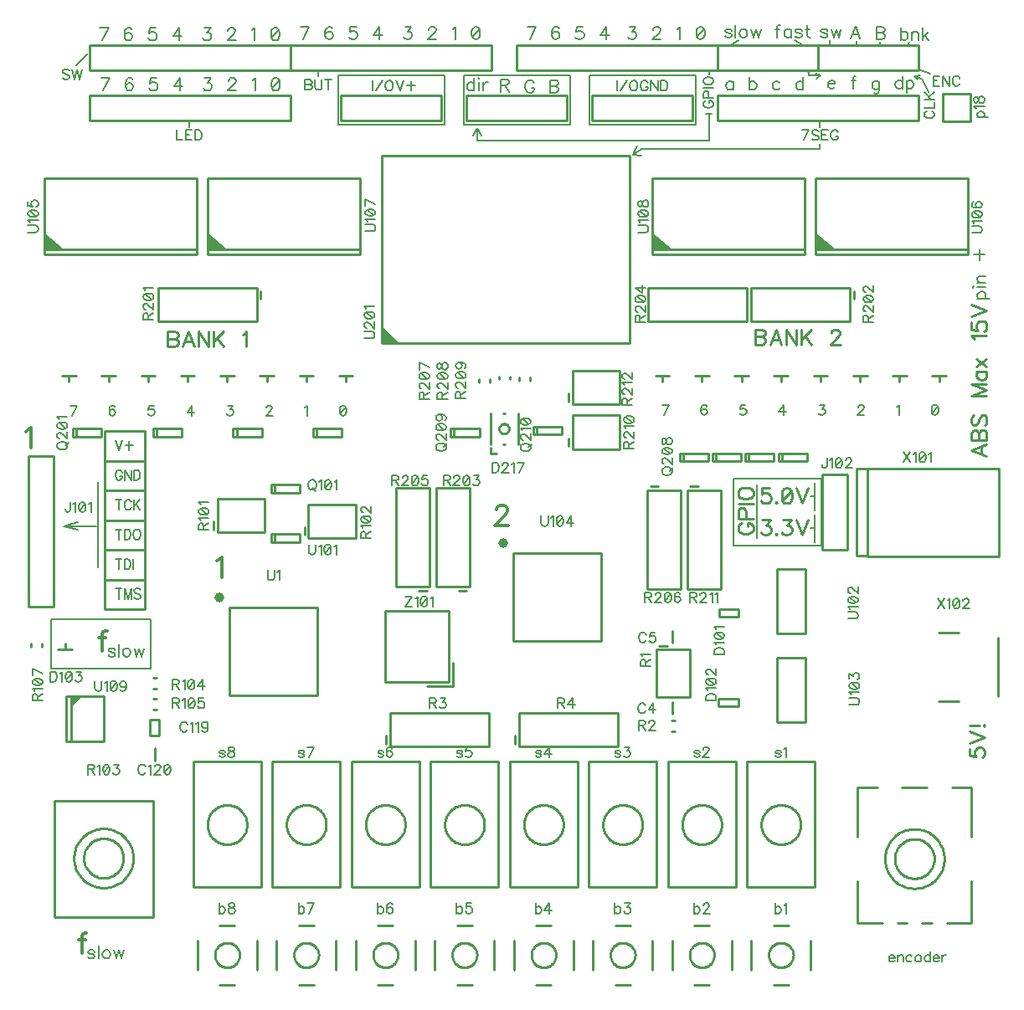
<source format=gto>
G04 DipTrace 2.4.0.2*
%INProtolautav2.3.4.GTO*%
%MOMM*%
%ADD10C,0.25*%
%ADD15C,1.0*%
%ADD16C,0.2*%
%ADD103C,0.157*%
%ADD104C,0.235*%
%ADD105C,0.196*%
%ADD106C,0.314*%
%FSLAX53Y53*%
G04*
G71*
G90*
G75*
G01*
%LNTopSilk*%
%LPD*%
X71591Y92190D2*
D10*
X91909D1*
Y89650D1*
X71591D1*
Y92190D1*
X75000Y3700D2*
Y6700D1*
X81000Y3700D2*
Y6700D1*
X77250Y8200D2*
X78750D1*
X77250Y2200D2*
X78750D1*
X76750Y5200D2*
X76753Y5287D1*
X76762Y5374D1*
X76777Y5460D1*
X76798Y5545D1*
X76825Y5628D1*
X76858Y5709D1*
X76896Y5787D1*
X76940Y5863D1*
X76988Y5935D1*
X77042Y6004D1*
X77101Y6068D1*
X77163Y6129D1*
X77230Y6185D1*
X77301Y6237D1*
X77375Y6283D1*
X77452Y6324D1*
X77532Y6359D1*
X77614Y6389D1*
X77698Y6413D1*
X77783Y6431D1*
X77869Y6443D1*
X77956Y6449D1*
X78044D1*
X78131Y6443D1*
X78217Y6431D1*
X78302Y6413D1*
X78386Y6389D1*
X78468Y6359D1*
X78548Y6324D1*
X78625Y6283D1*
X78699Y6237D1*
X78770Y6185D1*
X78837Y6129D1*
X78899Y6068D1*
X78958Y6004D1*
X79012Y5935D1*
X79060Y5863D1*
X79104Y5787D1*
X79142Y5709D1*
X79175Y5628D1*
X79202Y5545D1*
X79223Y5460D1*
X79238Y5374D1*
X79247Y5287D1*
X79250Y5200D1*
X79247Y5113D1*
X79238Y5026D1*
X79223Y4940D1*
X79202Y4855D1*
X79175Y4772D1*
X79142Y4691D1*
X79104Y4613D1*
X79060Y4537D1*
X79012Y4465D1*
X78958Y4396D1*
X78899Y4332D1*
X78837Y4271D1*
X78770Y4215D1*
X78699Y4163D1*
X78625Y4117D1*
X78548Y4076D1*
X78468Y4041D1*
X78386Y4011D1*
X78302Y3987D1*
X78217Y3969D1*
X78131Y3957D1*
X78044Y3951D1*
X77956D1*
X77869Y3957D1*
X77783Y3969D1*
X77698Y3987D1*
X77614Y4011D1*
X77532Y4041D1*
X77452Y4076D1*
X77375Y4117D1*
X77301Y4163D1*
X77230Y4215D1*
X77163Y4271D1*
X77101Y4332D1*
X77042Y4396D1*
X76988Y4465D1*
X76940Y4537D1*
X76896Y4613D1*
X76858Y4691D1*
X76825Y4772D1*
X76798Y4855D1*
X76777Y4940D1*
X76762Y5026D1*
X76753Y5113D1*
X76750Y5200D1*
X67000Y3700D2*
Y6700D1*
X73000Y3700D2*
Y6700D1*
X69250Y8200D2*
X70750D1*
X69250Y2200D2*
X70750D1*
X68750Y5200D2*
X68753Y5287D1*
X68762Y5374D1*
X68777Y5460D1*
X68798Y5545D1*
X68825Y5628D1*
X68858Y5709D1*
X68896Y5787D1*
X68940Y5863D1*
X68988Y5935D1*
X69042Y6004D1*
X69101Y6068D1*
X69163Y6129D1*
X69230Y6185D1*
X69301Y6237D1*
X69375Y6283D1*
X69452Y6324D1*
X69532Y6359D1*
X69614Y6389D1*
X69698Y6413D1*
X69783Y6431D1*
X69869Y6443D1*
X69956Y6449D1*
X70044D1*
X70131Y6443D1*
X70217Y6431D1*
X70302Y6413D1*
X70386Y6389D1*
X70468Y6359D1*
X70548Y6324D1*
X70625Y6283D1*
X70699Y6237D1*
X70770Y6185D1*
X70837Y6129D1*
X70899Y6068D1*
X70958Y6004D1*
X71012Y5935D1*
X71060Y5863D1*
X71104Y5787D1*
X71142Y5709D1*
X71175Y5628D1*
X71202Y5545D1*
X71223Y5460D1*
X71238Y5374D1*
X71247Y5287D1*
X71250Y5200D1*
X71247Y5113D1*
X71238Y5026D1*
X71223Y4940D1*
X71202Y4855D1*
X71175Y4772D1*
X71142Y4691D1*
X71104Y4613D1*
X71060Y4537D1*
X71012Y4465D1*
X70958Y4396D1*
X70899Y4332D1*
X70837Y4271D1*
X70770Y4215D1*
X70699Y4163D1*
X70625Y4117D1*
X70548Y4076D1*
X70468Y4041D1*
X70386Y4011D1*
X70302Y3987D1*
X70217Y3969D1*
X70131Y3957D1*
X70044Y3951D1*
X69956D1*
X69869Y3957D1*
X69783Y3969D1*
X69698Y3987D1*
X69614Y4011D1*
X69532Y4041D1*
X69452Y4076D1*
X69375Y4117D1*
X69301Y4163D1*
X69230Y4215D1*
X69163Y4271D1*
X69101Y4332D1*
X69042Y4396D1*
X68988Y4465D1*
X68940Y4537D1*
X68896Y4613D1*
X68858Y4691D1*
X68825Y4772D1*
X68798Y4855D1*
X68777Y4940D1*
X68762Y5026D1*
X68753Y5113D1*
X68750Y5200D1*
X59000Y3700D2*
Y6700D1*
X65000Y3700D2*
Y6700D1*
X61250Y8200D2*
X62750D1*
X61250Y2200D2*
X62750D1*
X60750Y5200D2*
X60753Y5287D1*
X60762Y5374D1*
X60777Y5460D1*
X60798Y5545D1*
X60825Y5628D1*
X60858Y5709D1*
X60896Y5787D1*
X60940Y5863D1*
X60988Y5935D1*
X61042Y6004D1*
X61101Y6068D1*
X61163Y6129D1*
X61230Y6185D1*
X61301Y6237D1*
X61375Y6283D1*
X61452Y6324D1*
X61532Y6359D1*
X61614Y6389D1*
X61698Y6413D1*
X61783Y6431D1*
X61869Y6443D1*
X61956Y6449D1*
X62044D1*
X62131Y6443D1*
X62217Y6431D1*
X62302Y6413D1*
X62386Y6389D1*
X62468Y6359D1*
X62548Y6324D1*
X62625Y6283D1*
X62699Y6237D1*
X62770Y6185D1*
X62837Y6129D1*
X62899Y6068D1*
X62958Y6004D1*
X63012Y5935D1*
X63060Y5863D1*
X63104Y5787D1*
X63142Y5709D1*
X63175Y5628D1*
X63202Y5545D1*
X63223Y5460D1*
X63238Y5374D1*
X63247Y5287D1*
X63250Y5200D1*
X63247Y5113D1*
X63238Y5026D1*
X63223Y4940D1*
X63202Y4855D1*
X63175Y4772D1*
X63142Y4691D1*
X63104Y4613D1*
X63060Y4537D1*
X63012Y4465D1*
X62958Y4396D1*
X62899Y4332D1*
X62837Y4271D1*
X62770Y4215D1*
X62699Y4163D1*
X62625Y4117D1*
X62548Y4076D1*
X62468Y4041D1*
X62386Y4011D1*
X62302Y3987D1*
X62217Y3969D1*
X62131Y3957D1*
X62044Y3951D1*
X61956D1*
X61869Y3957D1*
X61783Y3969D1*
X61698Y3987D1*
X61614Y4011D1*
X61532Y4041D1*
X61452Y4076D1*
X61375Y4117D1*
X61301Y4163D1*
X61230Y4215D1*
X61163Y4271D1*
X61101Y4332D1*
X61042Y4396D1*
X60988Y4465D1*
X60940Y4537D1*
X60896Y4613D1*
X60858Y4691D1*
X60825Y4772D1*
X60798Y4855D1*
X60777Y4940D1*
X60762Y5026D1*
X60753Y5113D1*
X60750Y5200D1*
X51000Y3700D2*
Y6700D1*
X57000Y3700D2*
Y6700D1*
X53250Y8200D2*
X54750D1*
X53250Y2200D2*
X54750D1*
X52750Y5200D2*
X52753Y5287D1*
X52762Y5374D1*
X52777Y5460D1*
X52798Y5545D1*
X52825Y5628D1*
X52858Y5709D1*
X52896Y5787D1*
X52940Y5863D1*
X52988Y5935D1*
X53042Y6004D1*
X53101Y6068D1*
X53163Y6129D1*
X53230Y6185D1*
X53301Y6237D1*
X53375Y6283D1*
X53452Y6324D1*
X53532Y6359D1*
X53614Y6389D1*
X53698Y6413D1*
X53783Y6431D1*
X53869Y6443D1*
X53956Y6449D1*
X54044D1*
X54131Y6443D1*
X54217Y6431D1*
X54302Y6413D1*
X54386Y6389D1*
X54468Y6359D1*
X54548Y6324D1*
X54625Y6283D1*
X54699Y6237D1*
X54770Y6185D1*
X54837Y6129D1*
X54899Y6068D1*
X54958Y6004D1*
X55012Y5935D1*
X55060Y5863D1*
X55104Y5787D1*
X55142Y5709D1*
X55175Y5628D1*
X55202Y5545D1*
X55223Y5460D1*
X55238Y5374D1*
X55247Y5287D1*
X55250Y5200D1*
X55247Y5113D1*
X55238Y5026D1*
X55223Y4940D1*
X55202Y4855D1*
X55175Y4772D1*
X55142Y4691D1*
X55104Y4613D1*
X55060Y4537D1*
X55012Y4465D1*
X54958Y4396D1*
X54899Y4332D1*
X54837Y4271D1*
X54770Y4215D1*
X54699Y4163D1*
X54625Y4117D1*
X54548Y4076D1*
X54468Y4041D1*
X54386Y4011D1*
X54302Y3987D1*
X54217Y3969D1*
X54131Y3957D1*
X54044Y3951D1*
X53956D1*
X53869Y3957D1*
X53783Y3969D1*
X53698Y3987D1*
X53614Y4011D1*
X53532Y4041D1*
X53452Y4076D1*
X53375Y4117D1*
X53301Y4163D1*
X53230Y4215D1*
X53163Y4271D1*
X53101Y4332D1*
X53042Y4396D1*
X52988Y4465D1*
X52940Y4537D1*
X52896Y4613D1*
X52858Y4691D1*
X52825Y4772D1*
X52798Y4855D1*
X52777Y4940D1*
X52762Y5026D1*
X52753Y5113D1*
X52750Y5200D1*
X43000Y3700D2*
Y6700D1*
X49000Y3700D2*
Y6700D1*
X45250Y8200D2*
X46750D1*
X45250Y2200D2*
X46750D1*
X44750Y5200D2*
X44753Y5287D1*
X44762Y5374D1*
X44777Y5460D1*
X44798Y5545D1*
X44825Y5628D1*
X44858Y5709D1*
X44896Y5787D1*
X44940Y5863D1*
X44988Y5935D1*
X45042Y6004D1*
X45101Y6068D1*
X45163Y6129D1*
X45230Y6185D1*
X45301Y6237D1*
X45375Y6283D1*
X45452Y6324D1*
X45532Y6359D1*
X45614Y6389D1*
X45698Y6413D1*
X45783Y6431D1*
X45869Y6443D1*
X45956Y6449D1*
X46044D1*
X46131Y6443D1*
X46217Y6431D1*
X46302Y6413D1*
X46386Y6389D1*
X46468Y6359D1*
X46548Y6324D1*
X46625Y6283D1*
X46699Y6237D1*
X46770Y6185D1*
X46837Y6129D1*
X46899Y6068D1*
X46958Y6004D1*
X47012Y5935D1*
X47060Y5863D1*
X47104Y5787D1*
X47142Y5709D1*
X47175Y5628D1*
X47202Y5545D1*
X47223Y5460D1*
X47238Y5374D1*
X47247Y5287D1*
X47250Y5200D1*
X47247Y5113D1*
X47238Y5026D1*
X47223Y4940D1*
X47202Y4855D1*
X47175Y4772D1*
X47142Y4691D1*
X47104Y4613D1*
X47060Y4537D1*
X47012Y4465D1*
X46958Y4396D1*
X46899Y4332D1*
X46837Y4271D1*
X46770Y4215D1*
X46699Y4163D1*
X46625Y4117D1*
X46548Y4076D1*
X46468Y4041D1*
X46386Y4011D1*
X46302Y3987D1*
X46217Y3969D1*
X46131Y3957D1*
X46044Y3951D1*
X45956D1*
X45869Y3957D1*
X45783Y3969D1*
X45698Y3987D1*
X45614Y4011D1*
X45532Y4041D1*
X45452Y4076D1*
X45375Y4117D1*
X45301Y4163D1*
X45230Y4215D1*
X45163Y4271D1*
X45101Y4332D1*
X45042Y4396D1*
X44988Y4465D1*
X44940Y4537D1*
X44896Y4613D1*
X44858Y4691D1*
X44825Y4772D1*
X44798Y4855D1*
X44777Y4940D1*
X44762Y5026D1*
X44753Y5113D1*
X44750Y5200D1*
X35000Y3700D2*
Y6700D1*
X41000Y3700D2*
Y6700D1*
X37250Y8200D2*
X38750D1*
X37250Y2200D2*
X38750D1*
X36750Y5200D2*
X36753Y5287D1*
X36762Y5374D1*
X36777Y5460D1*
X36798Y5545D1*
X36825Y5628D1*
X36858Y5709D1*
X36896Y5787D1*
X36940Y5863D1*
X36988Y5935D1*
X37042Y6004D1*
X37101Y6068D1*
X37163Y6129D1*
X37230Y6185D1*
X37301Y6237D1*
X37375Y6283D1*
X37452Y6324D1*
X37532Y6359D1*
X37614Y6389D1*
X37698Y6413D1*
X37783Y6431D1*
X37869Y6443D1*
X37956Y6449D1*
X38044D1*
X38131Y6443D1*
X38217Y6431D1*
X38302Y6413D1*
X38386Y6389D1*
X38468Y6359D1*
X38548Y6324D1*
X38625Y6283D1*
X38699Y6237D1*
X38770Y6185D1*
X38837Y6129D1*
X38899Y6068D1*
X38958Y6004D1*
X39012Y5935D1*
X39060Y5863D1*
X39104Y5787D1*
X39142Y5709D1*
X39175Y5628D1*
X39202Y5545D1*
X39223Y5460D1*
X39238Y5374D1*
X39247Y5287D1*
X39250Y5200D1*
X39247Y5113D1*
X39238Y5026D1*
X39223Y4940D1*
X39202Y4855D1*
X39175Y4772D1*
X39142Y4691D1*
X39104Y4613D1*
X39060Y4537D1*
X39012Y4465D1*
X38958Y4396D1*
X38899Y4332D1*
X38837Y4271D1*
X38770Y4215D1*
X38699Y4163D1*
X38625Y4117D1*
X38548Y4076D1*
X38468Y4041D1*
X38386Y4011D1*
X38302Y3987D1*
X38217Y3969D1*
X38131Y3957D1*
X38044Y3951D1*
X37956D1*
X37869Y3957D1*
X37783Y3969D1*
X37698Y3987D1*
X37614Y4011D1*
X37532Y4041D1*
X37452Y4076D1*
X37375Y4117D1*
X37301Y4163D1*
X37230Y4215D1*
X37163Y4271D1*
X37101Y4332D1*
X37042Y4396D1*
X36988Y4465D1*
X36940Y4537D1*
X36896Y4613D1*
X36858Y4691D1*
X36825Y4772D1*
X36798Y4855D1*
X36777Y4940D1*
X36762Y5026D1*
X36753Y5113D1*
X36750Y5200D1*
X27000Y3700D2*
Y6700D1*
X33000Y3700D2*
Y6700D1*
X29250Y8200D2*
X30750D1*
X29250Y2200D2*
X30750D1*
X28750Y5200D2*
X28753Y5287D1*
X28762Y5374D1*
X28777Y5460D1*
X28798Y5545D1*
X28825Y5628D1*
X28858Y5709D1*
X28896Y5787D1*
X28940Y5863D1*
X28988Y5935D1*
X29042Y6004D1*
X29101Y6068D1*
X29163Y6129D1*
X29230Y6185D1*
X29301Y6237D1*
X29375Y6283D1*
X29452Y6324D1*
X29532Y6359D1*
X29614Y6389D1*
X29698Y6413D1*
X29783Y6431D1*
X29869Y6443D1*
X29956Y6449D1*
X30044D1*
X30131Y6443D1*
X30217Y6431D1*
X30302Y6413D1*
X30386Y6389D1*
X30468Y6359D1*
X30548Y6324D1*
X30625Y6283D1*
X30699Y6237D1*
X30770Y6185D1*
X30837Y6129D1*
X30899Y6068D1*
X30958Y6004D1*
X31012Y5935D1*
X31060Y5863D1*
X31104Y5787D1*
X31142Y5709D1*
X31175Y5628D1*
X31202Y5545D1*
X31223Y5460D1*
X31238Y5374D1*
X31247Y5287D1*
X31250Y5200D1*
X31247Y5113D1*
X31238Y5026D1*
X31223Y4940D1*
X31202Y4855D1*
X31175Y4772D1*
X31142Y4691D1*
X31104Y4613D1*
X31060Y4537D1*
X31012Y4465D1*
X30958Y4396D1*
X30899Y4332D1*
X30837Y4271D1*
X30770Y4215D1*
X30699Y4163D1*
X30625Y4117D1*
X30548Y4076D1*
X30468Y4041D1*
X30386Y4011D1*
X30302Y3987D1*
X30217Y3969D1*
X30131Y3957D1*
X30044Y3951D1*
X29956D1*
X29869Y3957D1*
X29783Y3969D1*
X29698Y3987D1*
X29614Y4011D1*
X29532Y4041D1*
X29452Y4076D1*
X29375Y4117D1*
X29301Y4163D1*
X29230Y4215D1*
X29163Y4271D1*
X29101Y4332D1*
X29042Y4396D1*
X28988Y4465D1*
X28940Y4537D1*
X28896Y4613D1*
X28858Y4691D1*
X28825Y4772D1*
X28798Y4855D1*
X28777Y4940D1*
X28762Y5026D1*
X28753Y5113D1*
X28750Y5200D1*
X19000Y3700D2*
Y6700D1*
X25000Y3700D2*
Y6700D1*
X21250Y8200D2*
X22750D1*
X21250Y2200D2*
X22750D1*
X20750Y5200D2*
X20753Y5287D1*
X20762Y5374D1*
X20777Y5460D1*
X20798Y5545D1*
X20825Y5628D1*
X20858Y5709D1*
X20896Y5787D1*
X20940Y5863D1*
X20988Y5935D1*
X21042Y6004D1*
X21101Y6068D1*
X21163Y6129D1*
X21230Y6185D1*
X21301Y6237D1*
X21375Y6283D1*
X21452Y6324D1*
X21532Y6359D1*
X21614Y6389D1*
X21698Y6413D1*
X21783Y6431D1*
X21869Y6443D1*
X21956Y6449D1*
X22044D1*
X22131Y6443D1*
X22217Y6431D1*
X22302Y6413D1*
X22386Y6389D1*
X22468Y6359D1*
X22548Y6324D1*
X22625Y6283D1*
X22699Y6237D1*
X22770Y6185D1*
X22837Y6129D1*
X22899Y6068D1*
X22958Y6004D1*
X23012Y5935D1*
X23060Y5863D1*
X23104Y5787D1*
X23142Y5709D1*
X23175Y5628D1*
X23202Y5545D1*
X23223Y5460D1*
X23238Y5374D1*
X23247Y5287D1*
X23250Y5200D1*
X23247Y5113D1*
X23238Y5026D1*
X23223Y4940D1*
X23202Y4855D1*
X23175Y4772D1*
X23142Y4691D1*
X23104Y4613D1*
X23060Y4537D1*
X23012Y4465D1*
X22958Y4396D1*
X22899Y4332D1*
X22837Y4271D1*
X22770Y4215D1*
X22699Y4163D1*
X22625Y4117D1*
X22548Y4076D1*
X22468Y4041D1*
X22386Y4011D1*
X22302Y3987D1*
X22217Y3969D1*
X22131Y3957D1*
X22044Y3951D1*
X21956D1*
X21869Y3957D1*
X21783Y3969D1*
X21698Y3987D1*
X21614Y4011D1*
X21532Y4041D1*
X21452Y4076D1*
X21375Y4117D1*
X21301Y4163D1*
X21230Y4215D1*
X21163Y4271D1*
X21101Y4332D1*
X21042Y4396D1*
X20988Y4465D1*
X20940Y4537D1*
X20896Y4613D1*
X20858Y4691D1*
X20825Y4772D1*
X20798Y4855D1*
X20777Y4940D1*
X20762Y5026D1*
X20753Y5113D1*
X20750Y5200D1*
X28411Y97270D2*
X48729D1*
Y94730D1*
X28411D1*
Y97270D1*
X67050Y29600D2*
Y30800D1*
Y36800D2*
Y38000D1*
X14150Y29000D2*
X15150D1*
Y27450D1*
X14150D1*
Y29000D1*
X14650Y26100D2*
Y24900D1*
X71590Y97270D2*
X81750D1*
Y94730D1*
X71590D1*
Y97270D1*
X73730Y39400D2*
X71730D1*
Y40200D1*
X73730D1*
Y39400D1*
X73700Y30370D2*
X71700D1*
Y31170D1*
X73700D1*
Y30370D1*
X6300Y36150D2*
X4900D1*
X5600Y36750D2*
Y36150D1*
X5300Y63850D2*
X6700D1*
X6000Y63250D2*
Y63850D1*
X9300D2*
X10700D1*
X10000Y63250D2*
Y63850D1*
X13300D2*
X14700D1*
X14000Y63250D2*
Y63850D1*
X17300D2*
X18700D1*
X18000Y63250D2*
Y63850D1*
X21300D2*
X22700D1*
X22000Y63250D2*
Y63850D1*
X25300D2*
X26700D1*
X26000Y63250D2*
Y63850D1*
X29300D2*
X30700D1*
X30000Y63250D2*
Y63850D1*
X33300D2*
X34700D1*
X34000Y63250D2*
Y63850D1*
X65300D2*
X66700D1*
X66000Y63250D2*
Y63850D1*
X69300D2*
X70700D1*
X70000Y63250D2*
Y63850D1*
X73300D2*
X74700D1*
X74000Y63250D2*
Y63850D1*
X77300D2*
X78700D1*
X78000Y63250D2*
Y63850D1*
X81300D2*
X82700D1*
X82000Y63250D2*
Y63850D1*
X85300D2*
X86700D1*
X86000Y63250D2*
Y63850D1*
X89300D2*
X90700D1*
X90000Y63250D2*
Y63850D1*
X93300D2*
X94700D1*
X94000Y63250D2*
Y63850D1*
X51400Y56850D2*
Y60050D1*
X48600Y56850D2*
Y60050D1*
X50100D2*
X49900D1*
X50100Y56850D2*
X49900D1*
X49500Y58450D2*
X49501Y58485D1*
X49505Y58520D1*
X49511Y58554D1*
X49519Y58588D1*
X49530Y58621D1*
X49543Y58653D1*
X49558Y58685D1*
X49576Y58715D1*
X49595Y58744D1*
X49617Y58771D1*
X49640Y58797D1*
X49665Y58822D1*
X49692Y58844D1*
X49720Y58865D1*
X49750Y58883D1*
X49781Y58899D1*
X49813Y58914D1*
X49845Y58926D1*
X49879Y58935D1*
X49913Y58942D1*
X49948Y58947D1*
X49983Y58950D1*
X50017D1*
X50052Y58947D1*
X50087Y58942D1*
X50121Y58935D1*
X50155Y58926D1*
X50187Y58914D1*
X50219Y58899D1*
X50250Y58883D1*
X50280Y58865D1*
X50308Y58844D1*
X50335Y58822D1*
X50360Y58797D1*
X50383Y58771D1*
X50405Y58744D1*
X50424Y58715D1*
X50442Y58685D1*
X50457Y58653D1*
X50470Y58621D1*
X50481Y58588D1*
X50489Y58554D1*
X50495Y58520D1*
X50499Y58485D1*
X50500Y58450D1*
X50499Y58415D1*
X50495Y58381D1*
X50489Y58346D1*
X50481Y58312D1*
X50470Y58279D1*
X50457Y58247D1*
X50442Y58215D1*
X50424Y58185D1*
X50405Y58156D1*
X50383Y58129D1*
X50360Y58103D1*
X50335Y58079D1*
X50308Y58056D1*
X50280Y58036D1*
X50250Y58017D1*
X50219Y58001D1*
X50187Y57987D1*
X50155Y57975D1*
X50121Y57965D1*
X50087Y57958D1*
X50052Y57953D1*
X50017Y57950D1*
X49983D1*
X49948Y57953D1*
X49913Y57958D1*
X49879Y57965D1*
X49845Y57975D1*
X49813Y57987D1*
X49781Y58001D1*
X49750Y58017D1*
X49720Y58036D1*
X49692Y58056D1*
X49665Y58079D1*
X49640Y58103D1*
X49617Y58129D1*
X49595Y58156D1*
X49576Y58185D1*
X49558Y58215D1*
X49543Y58247D1*
X49530Y58279D1*
X49519Y58312D1*
X49511Y58346D1*
X49505Y58381D1*
X49501Y58415D1*
X49500Y58450D1*
X49200Y55950D2*
X48600D1*
Y56550D1*
X81750Y97270D2*
X91910D1*
Y94730D1*
X81750D1*
Y97270D1*
X85751Y22199D2*
Y17200D1*
Y22199D2*
X87749D1*
X97249D2*
X95251D1*
X94750Y8450D2*
X97249D1*
X85751D2*
Y12700D1*
X97249Y8450D2*
Y12700D1*
Y22199D2*
Y17200D1*
X90250Y22199D2*
X92750D1*
X85751Y8450D2*
X88250D1*
X89749D2*
X90750D1*
X92250D2*
X93251D1*
X89500Y14950D2*
X89505Y15090D1*
X89519Y15228D1*
X89544Y15366D1*
X89577Y15501D1*
X89620Y15634D1*
X89673Y15764D1*
X89734Y15889D1*
X89804Y16010D1*
X89882Y16126D1*
X89968Y16236D1*
X90061Y16340D1*
X90162Y16437D1*
X90269Y16526D1*
X90382Y16609D1*
X90500Y16683D1*
X90623Y16748D1*
X90751Y16805D1*
X90882Y16853D1*
X91016Y16891D1*
X91153Y16920D1*
X91291Y16940D1*
X91430Y16949D1*
X91570D1*
X91709Y16940D1*
X91847Y16920D1*
X91984Y16891D1*
X92118Y16853D1*
X92249Y16805D1*
X92377Y16748D1*
X92500Y16683D1*
X92618Y16609D1*
X92731Y16526D1*
X92838Y16437D1*
X92939Y16340D1*
X93032Y16236D1*
X93118Y16126D1*
X93196Y16010D1*
X93266Y15889D1*
X93327Y15764D1*
X93380Y15634D1*
X93423Y15501D1*
X93456Y15366D1*
X93481Y15228D1*
X93495Y15090D1*
X93500Y14950D1*
X93495Y14810D1*
X93481Y14672D1*
X93456Y14534D1*
X93423Y14399D1*
X93380Y14266D1*
X93327Y14136D1*
X93266Y14011D1*
X93196Y13890D1*
X93118Y13774D1*
X93032Y13664D1*
X92939Y13560D1*
X92838Y13463D1*
X92731Y13373D1*
X92618Y13291D1*
X92500Y13217D1*
X92377Y13152D1*
X92249Y13095D1*
X92118Y13047D1*
X91984Y13009D1*
X91847Y12980D1*
X91709Y12960D1*
X91570Y12951D1*
X91430D1*
X91291Y12960D1*
X91153Y12980D1*
X91016Y13009D1*
X90882Y13047D1*
X90751Y13095D1*
X90623Y13152D1*
X90500Y13217D1*
X90382Y13291D1*
X90269Y13373D1*
X90162Y13463D1*
X90061Y13560D1*
X89968Y13664D1*
X89882Y13774D1*
X89804Y13890D1*
X89734Y14011D1*
X89673Y14136D1*
X89620Y14266D1*
X89577Y14399D1*
X89544Y14534D1*
X89519Y14672D1*
X89505Y14810D1*
X89500Y14950D1*
X88500D2*
X88507Y15159D1*
X88529Y15368D1*
X88565Y15574D1*
X88616Y15777D1*
X88681Y15976D1*
X88759Y16170D1*
X88851Y16359D1*
X88956Y16540D1*
X89073Y16714D1*
X89202Y16879D1*
X89342Y17034D1*
X89492Y17180D1*
X89653Y17314D1*
X89822Y17438D1*
X90000Y17549D1*
X90185Y17647D1*
X90376Y17732D1*
X90573Y17804D1*
X90774Y17861D1*
X90979Y17905D1*
X91186Y17934D1*
X91395Y17949D1*
X91605D1*
X91814Y17934D1*
X92021Y17905D1*
X92226Y17861D1*
X92427Y17804D1*
X92624Y17732D1*
X92815Y17647D1*
X93000Y17549D1*
X93178Y17438D1*
X93347Y17314D1*
X93508Y17180D1*
X93658Y17034D1*
X93798Y16879D1*
X93927Y16714D1*
X94044Y16540D1*
X94149Y16359D1*
X94241Y16170D1*
X94319Y15976D1*
X94384Y15777D1*
X94435Y15574D1*
X94471Y15368D1*
X94493Y15159D1*
X94500Y14950D1*
X94493Y14741D1*
X94471Y14532D1*
X94435Y14326D1*
X94384Y14123D1*
X94319Y13924D1*
X94241Y13730D1*
X94149Y13541D1*
X94044Y13360D1*
X93927Y13186D1*
X93798Y13021D1*
X93658Y12866D1*
X93508Y12720D1*
X93347Y12586D1*
X93178Y12462D1*
X93000Y12351D1*
X92815Y12253D1*
X92624Y12168D1*
X92427Y12096D1*
X92226Y12039D1*
X92021Y11995D1*
X91814Y11966D1*
X91605Y11951D1*
X91395D1*
X91186Y11966D1*
X90979Y11995D1*
X90774Y12039D1*
X90573Y12096D1*
X90376Y12168D1*
X90185Y12253D1*
X90000Y12351D1*
X89822Y12462D1*
X89653Y12586D1*
X89492Y12720D1*
X89342Y12866D1*
X89202Y13021D1*
X89073Y13186D1*
X88956Y13360D1*
X88851Y13541D1*
X88759Y13730D1*
X88681Y13924D1*
X88616Y14123D1*
X88565Y14326D1*
X88529Y14532D1*
X88507Y14741D1*
X88500Y14950D1*
X51271Y97270D2*
X71589D1*
Y94730D1*
X51271D1*
Y97270D1*
X58890Y92190D2*
X69050D1*
Y89650D1*
X58890D1*
Y92190D1*
X33490D2*
X43650D1*
Y89650D1*
X33490D1*
Y92190D1*
X4470Y55669D2*
X1930D1*
Y40431D1*
X4470D1*
Y55669D1*
X82170Y53810D2*
X84710D1*
Y46190D1*
X82170D2*
X84710D1*
X82170Y53810D2*
Y46190D1*
X8091Y92190D2*
X28409D1*
Y89650D1*
X8091D1*
Y92190D1*
X94320Y92321D2*
X97120D1*
Y89520D2*
Y92321D1*
X94320Y89520D2*
X97120D1*
X94320D2*
Y92321D1*
X26455Y52795D2*
X29355D1*
Y51995D1*
X26455D1*
Y52795D1*
X26805D2*
Y51995D1*
Y52795D1*
X6400Y58450D2*
X9300D1*
Y57650D1*
X6400D1*
Y58450D1*
X6750D2*
Y57650D1*
Y58450D1*
X14500D2*
X17400D1*
Y57650D1*
X14500D1*
Y58450D1*
X14850D2*
Y57650D1*
Y58450D1*
X22600D2*
X25500D1*
Y57650D1*
X22600D1*
Y58450D1*
X22950D2*
Y57650D1*
Y58450D1*
X30700D2*
X33600D1*
Y57650D1*
X30700D1*
Y58450D1*
X31050D2*
Y57650D1*
Y58450D1*
X77750Y55950D2*
X80650D1*
Y55150D1*
X77750D1*
Y55950D1*
X78100D2*
Y55150D1*
Y55950D1*
X74400D2*
X77300D1*
Y55150D1*
X74400D1*
Y55950D1*
X74750D2*
Y55150D1*
Y55950D1*
X71050D2*
X73950D1*
Y55150D1*
X71050D1*
Y55950D1*
X71400D2*
Y55150D1*
Y55950D1*
X67750D2*
X70650D1*
Y55150D1*
X67750D1*
Y55950D1*
X68100D2*
Y55150D1*
Y55950D1*
X44600Y58450D2*
X47500D1*
Y57650D1*
X44600D1*
Y58450D1*
X44950D2*
Y57650D1*
Y58450D1*
X52950Y58650D2*
X55850D1*
Y57850D1*
X52950D1*
Y58650D1*
X53300D2*
Y57850D1*
Y58650D1*
X68800Y36095D2*
X65400D1*
Y31295D1*
X68800D1*
Y36095D1*
X66500Y36495D2*
X65700D1*
X66950Y28950D2*
X67250D1*
X66950Y27850D2*
X67250D1*
X38500Y29700D2*
X48500D1*
Y26300D1*
X38500D1*
Y29700D1*
X38100Y27400D2*
Y26600D1*
X51500Y29700D2*
X61500D1*
Y26300D1*
X51500D1*
Y29700D1*
X51100Y27400D2*
Y26600D1*
X21005Y51350D2*
X25805D1*
Y47950D1*
X21005D1*
Y51350D1*
X20605Y49050D2*
Y48250D1*
X30205Y50800D2*
X35005D1*
Y47400D1*
X30205D1*
Y50800D1*
X29805Y48500D2*
Y47700D1*
X14499Y9000D2*
X4501D1*
Y20801D1*
X14499D1*
Y9000D1*
X7499Y15000D2*
X7504Y15140D1*
X7519Y15279D1*
X7543Y15416D1*
X7577Y15552D1*
X7620Y15685D1*
X7672Y15814D1*
X7734Y15940D1*
X7803Y16061D1*
X7881Y16176D1*
X7967Y16286D1*
X8061Y16390D1*
X8161Y16487D1*
X8268Y16577D1*
X8381Y16659D1*
X8500Y16733D1*
X8623Y16799D1*
X8751Y16855D1*
X8882Y16903D1*
X9016Y16942D1*
X9153Y16971D1*
X9291Y16990D1*
X9430Y17000D1*
X9570D1*
X9709Y16990D1*
X9847Y16971D1*
X9984Y16942D1*
X10118Y16903D1*
X10249Y16855D1*
X10377Y16799D1*
X10500Y16733D1*
X10619Y16659D1*
X10732Y16577D1*
X10839Y16487D1*
X10939Y16390D1*
X11033Y16286D1*
X11119Y16176D1*
X11197Y16061D1*
X11266Y15940D1*
X11328Y15814D1*
X11380Y15685D1*
X11423Y15552D1*
X11457Y15416D1*
X11481Y15279D1*
X11496Y15140D1*
X11501Y15000D1*
X11496Y14861D1*
X11481Y14722D1*
X11457Y14584D1*
X11423Y14449D1*
X11380Y14316D1*
X11328Y14187D1*
X11266Y14061D1*
X11197Y13940D1*
X11119Y13824D1*
X11033Y13714D1*
X10939Y13611D1*
X10839Y13514D1*
X10732Y13424D1*
X10619Y13342D1*
X10500Y13268D1*
X10377Y13202D1*
X10249Y13145D1*
X10118Y13098D1*
X9984Y13059D1*
X9847Y13030D1*
X9709Y13011D1*
X9570Y13001D1*
X9430D1*
X9291Y13011D1*
X9153Y13030D1*
X9016Y13059D1*
X8882Y13098D1*
X8751Y13145D1*
X8623Y13202D1*
X8500Y13268D1*
X8381Y13342D1*
X8268Y13424D1*
X8161Y13514D1*
X8061Y13611D1*
X7967Y13714D1*
X7881Y13824D1*
X7803Y13940D1*
X7734Y14061D1*
X7672Y14187D1*
X7620Y14316D1*
X7577Y14449D1*
X7543Y14584D1*
X7519Y14722D1*
X7504Y14861D1*
X7499Y15000D1*
X6500D2*
X6507Y15210D1*
X6529Y15418D1*
X6565Y15624D1*
X6616Y15827D1*
X6681Y16027D1*
X6759Y16221D1*
X6851Y16409D1*
X6956Y16590D1*
X7073Y16764D1*
X7202Y16929D1*
X7342Y17085D1*
X7492Y17230D1*
X7653Y17365D1*
X7822Y17488D1*
X8000Y17599D1*
X8185Y17697D1*
X8376Y17782D1*
X8573Y17854D1*
X8774Y17911D1*
X8979Y17955D1*
X9186Y17984D1*
X9395Y17999D1*
X9605D1*
X9814Y17984D1*
X10021Y17955D1*
X10226Y17911D1*
X10427Y17854D1*
X10624Y17782D1*
X10815Y17697D1*
X11000Y17599D1*
X11178Y17488D1*
X11347Y17365D1*
X11508Y17230D1*
X11658Y17085D1*
X11798Y16929D1*
X11927Y16764D1*
X12044Y16590D1*
X12149Y16409D1*
X12241Y16221D1*
X12319Y16027D1*
X12384Y15827D1*
X12435Y15624D1*
X12471Y15418D1*
X12493Y15210D1*
X12500Y15000D1*
X12493Y14791D1*
X12471Y14583D1*
X12435Y14377D1*
X12384Y14173D1*
X12319Y13974D1*
X12241Y13780D1*
X12149Y13592D1*
X12044Y13411D1*
X11927Y13237D1*
X11798Y13072D1*
X11658Y12916D1*
X11508Y12771D1*
X11347Y12636D1*
X11178Y12513D1*
X11000Y12402D1*
X10815Y12304D1*
X10624Y12219D1*
X10427Y12147D1*
X10226Y12089D1*
X10021Y12046D1*
X9814Y12017D1*
X9605Y12002D1*
X9395D1*
X9186Y12017D1*
X8979Y12046D1*
X8774Y12089D1*
X8573Y12147D1*
X8376Y12219D1*
X8185Y12304D1*
X8000Y12402D1*
X7822Y12513D1*
X7653Y12636D1*
X7492Y12771D1*
X7342Y12916D1*
X7202Y13072D1*
X7073Y13237D1*
X6956Y13411D1*
X6851Y13592D1*
X6759Y13780D1*
X6681Y13974D1*
X6616Y14173D1*
X6565Y14377D1*
X6529Y14583D1*
X6507Y14791D1*
X6500Y15000D1*
X14850Y32150D2*
X14550D1*
X14850Y33250D2*
X14550D1*
X14850Y30050D2*
X14550D1*
X14850Y31150D2*
X14550D1*
X3300Y36700D2*
Y36400D1*
X2200Y36700D2*
Y36400D1*
X25000Y69300D2*
X15000D1*
Y72700D1*
X25000D1*
Y69300D1*
X25400Y71600D2*
Y72400D1*
X85000Y69300D2*
X75000D1*
Y72700D1*
X85000D1*
Y69300D1*
X85400Y71600D2*
Y72400D1*
X43100Y42445D2*
X46500D1*
Y52445D1*
X43100D1*
Y42445D1*
X45400Y42045D2*
X46200D1*
X74555Y69300D2*
X64555D1*
Y72700D1*
X74555D1*
Y69300D1*
X74955Y71600D2*
Y72400D1*
X39100Y42445D2*
X42500D1*
Y52445D1*
X39100D1*
Y42445D1*
X41400Y42045D2*
X42200D1*
X67900Y52255D2*
X64500D1*
Y42255D1*
X67900D1*
Y52255D1*
X65600Y52655D2*
X64800D1*
X47450Y63150D2*
Y63450D1*
X48550Y63150D2*
Y63450D1*
X49450D2*
Y63750D1*
X50550Y63450D2*
Y63750D1*
X51550Y63350D2*
Y63650D1*
X52650Y63350D2*
Y63650D1*
X56905Y59800D2*
X61705D1*
Y56400D1*
X56905D1*
Y59800D1*
X56505Y57500D2*
Y56700D1*
X71900Y52255D2*
X68500D1*
Y42255D1*
X71900D1*
Y52255D1*
X69600Y52655D2*
X68800D1*
X56900Y64305D2*
X61700D1*
Y60905D1*
X56900D1*
Y64305D1*
X56500Y62005D2*
Y61205D1*
X46190Y92190D2*
X56350D1*
Y89650D1*
X46190D1*
Y92190D1*
X74570Y12050D2*
X81430D1*
Y24750D1*
X74570D1*
Y12050D1*
X76000Y18400D2*
X76005Y18540D1*
X76020Y18678D1*
X76044Y18816D1*
X76078Y18951D1*
X76121Y19084D1*
X76173Y19214D1*
X76234Y19339D1*
X76304Y19460D1*
X76382Y19576D1*
X76468Y19686D1*
X76562Y19789D1*
X76662Y19886D1*
X76769Y19976D1*
X76882Y20058D1*
X77000Y20132D1*
X77123Y20198D1*
X77251Y20255D1*
X77382Y20302D1*
X77516Y20341D1*
X77653Y20370D1*
X77791Y20389D1*
X77930Y20399D1*
X78070D1*
X78209Y20389D1*
X78347Y20370D1*
X78484Y20341D1*
X78618Y20302D1*
X78749Y20255D1*
X78877Y20198D1*
X79000Y20132D1*
X79118Y20058D1*
X79231Y19976D1*
X79338Y19886D1*
X79438Y19789D1*
X79532Y19686D1*
X79618Y19576D1*
X79696Y19460D1*
X79766Y19339D1*
X79827Y19214D1*
X79879Y19084D1*
X79922Y18951D1*
X79956Y18816D1*
X79980Y18678D1*
X79995Y18540D1*
X80000Y18400D1*
X79995Y18260D1*
X79980Y18122D1*
X79956Y17984D1*
X79922Y17849D1*
X79879Y17716D1*
X79827Y17586D1*
X79766Y17461D1*
X79696Y17340D1*
X79618Y17224D1*
X79532Y17114D1*
X79438Y17011D1*
X79338Y16914D1*
X79231Y16824D1*
X79118Y16742D1*
X79000Y16668D1*
X78877Y16602D1*
X78749Y16545D1*
X78618Y16498D1*
X78484Y16459D1*
X78347Y16430D1*
X78209Y16411D1*
X78070Y16401D1*
X77930D1*
X77791Y16411D1*
X77653Y16430D1*
X77516Y16459D1*
X77382Y16498D1*
X77251Y16545D1*
X77123Y16602D1*
X77000Y16668D1*
X76882Y16742D1*
X76769Y16824D1*
X76662Y16914D1*
X76562Y17011D1*
X76468Y17114D1*
X76382Y17224D1*
X76304Y17340D1*
X76234Y17461D1*
X76173Y17586D1*
X76121Y17716D1*
X76078Y17849D1*
X76044Y17984D1*
X76020Y18122D1*
X76005Y18260D1*
X76000Y18400D1*
X66570Y12050D2*
X73430D1*
Y24750D1*
X66570D1*
Y12050D1*
X68000Y18400D2*
X68005Y18540D1*
X68020Y18678D1*
X68044Y18816D1*
X68078Y18951D1*
X68121Y19084D1*
X68173Y19214D1*
X68234Y19339D1*
X68304Y19460D1*
X68382Y19576D1*
X68468Y19686D1*
X68562Y19789D1*
X68662Y19886D1*
X68769Y19976D1*
X68882Y20058D1*
X69000Y20132D1*
X69123Y20198D1*
X69251Y20255D1*
X69382Y20302D1*
X69516Y20341D1*
X69653Y20370D1*
X69791Y20389D1*
X69930Y20399D1*
X70070D1*
X70209Y20389D1*
X70347Y20370D1*
X70484Y20341D1*
X70618Y20302D1*
X70749Y20255D1*
X70877Y20198D1*
X71000Y20132D1*
X71118Y20058D1*
X71231Y19976D1*
X71338Y19886D1*
X71438Y19789D1*
X71532Y19686D1*
X71618Y19576D1*
X71696Y19460D1*
X71766Y19339D1*
X71827Y19214D1*
X71879Y19084D1*
X71922Y18951D1*
X71956Y18816D1*
X71980Y18678D1*
X71995Y18540D1*
X72000Y18400D1*
X71995Y18260D1*
X71980Y18122D1*
X71956Y17984D1*
X71922Y17849D1*
X71879Y17716D1*
X71827Y17586D1*
X71766Y17461D1*
X71696Y17340D1*
X71618Y17224D1*
X71532Y17114D1*
X71438Y17011D1*
X71338Y16914D1*
X71231Y16824D1*
X71118Y16742D1*
X71000Y16668D1*
X70877Y16602D1*
X70749Y16545D1*
X70618Y16498D1*
X70484Y16459D1*
X70347Y16430D1*
X70209Y16411D1*
X70070Y16401D1*
X69930D1*
X69791Y16411D1*
X69653Y16430D1*
X69516Y16459D1*
X69382Y16498D1*
X69251Y16545D1*
X69123Y16602D1*
X69000Y16668D1*
X68882Y16742D1*
X68769Y16824D1*
X68662Y16914D1*
X68562Y17011D1*
X68468Y17114D1*
X68382Y17224D1*
X68304Y17340D1*
X68234Y17461D1*
X68173Y17586D1*
X68121Y17716D1*
X68078Y17849D1*
X68044Y17984D1*
X68020Y18122D1*
X68005Y18260D1*
X68000Y18400D1*
X58570Y12050D2*
X65430D1*
Y24750D1*
X58570D1*
Y12050D1*
X60000Y18400D2*
X60005Y18540D1*
X60020Y18678D1*
X60044Y18816D1*
X60078Y18951D1*
X60121Y19084D1*
X60173Y19214D1*
X60234Y19339D1*
X60304Y19460D1*
X60382Y19576D1*
X60468Y19686D1*
X60562Y19789D1*
X60662Y19886D1*
X60769Y19976D1*
X60882Y20058D1*
X61000Y20132D1*
X61123Y20198D1*
X61251Y20255D1*
X61382Y20302D1*
X61516Y20341D1*
X61653Y20370D1*
X61791Y20389D1*
X61930Y20399D1*
X62070D1*
X62209Y20389D1*
X62347Y20370D1*
X62484Y20341D1*
X62618Y20302D1*
X62749Y20255D1*
X62877Y20198D1*
X63000Y20132D1*
X63118Y20058D1*
X63231Y19976D1*
X63338Y19886D1*
X63438Y19789D1*
X63532Y19686D1*
X63618Y19576D1*
X63696Y19460D1*
X63766Y19339D1*
X63827Y19214D1*
X63879Y19084D1*
X63922Y18951D1*
X63956Y18816D1*
X63980Y18678D1*
X63995Y18540D1*
X64000Y18400D1*
X63995Y18260D1*
X63980Y18122D1*
X63956Y17984D1*
X63922Y17849D1*
X63879Y17716D1*
X63827Y17586D1*
X63766Y17461D1*
X63696Y17340D1*
X63618Y17224D1*
X63532Y17114D1*
X63438Y17011D1*
X63338Y16914D1*
X63231Y16824D1*
X63118Y16742D1*
X63000Y16668D1*
X62877Y16602D1*
X62749Y16545D1*
X62618Y16498D1*
X62484Y16459D1*
X62347Y16430D1*
X62209Y16411D1*
X62070Y16401D1*
X61930D1*
X61791Y16411D1*
X61653Y16430D1*
X61516Y16459D1*
X61382Y16498D1*
X61251Y16545D1*
X61123Y16602D1*
X61000Y16668D1*
X60882Y16742D1*
X60769Y16824D1*
X60662Y16914D1*
X60562Y17011D1*
X60468Y17114D1*
X60382Y17224D1*
X60304Y17340D1*
X60234Y17461D1*
X60173Y17586D1*
X60121Y17716D1*
X60078Y17849D1*
X60044Y17984D1*
X60020Y18122D1*
X60005Y18260D1*
X60000Y18400D1*
X50570Y12050D2*
X57430D1*
Y24750D1*
X50570D1*
Y12050D1*
X52000Y18400D2*
X52005Y18540D1*
X52020Y18678D1*
X52044Y18816D1*
X52078Y18951D1*
X52121Y19084D1*
X52173Y19214D1*
X52234Y19339D1*
X52304Y19460D1*
X52382Y19576D1*
X52468Y19686D1*
X52562Y19789D1*
X52662Y19886D1*
X52769Y19976D1*
X52882Y20058D1*
X53000Y20132D1*
X53123Y20198D1*
X53251Y20255D1*
X53382Y20302D1*
X53516Y20341D1*
X53653Y20370D1*
X53791Y20389D1*
X53930Y20399D1*
X54070D1*
X54209Y20389D1*
X54347Y20370D1*
X54484Y20341D1*
X54618Y20302D1*
X54749Y20255D1*
X54877Y20198D1*
X55000Y20132D1*
X55118Y20058D1*
X55231Y19976D1*
X55338Y19886D1*
X55438Y19789D1*
X55532Y19686D1*
X55618Y19576D1*
X55696Y19460D1*
X55766Y19339D1*
X55827Y19214D1*
X55879Y19084D1*
X55922Y18951D1*
X55956Y18816D1*
X55980Y18678D1*
X55995Y18540D1*
X56000Y18400D1*
X55995Y18260D1*
X55980Y18122D1*
X55956Y17984D1*
X55922Y17849D1*
X55879Y17716D1*
X55827Y17586D1*
X55766Y17461D1*
X55696Y17340D1*
X55618Y17224D1*
X55532Y17114D1*
X55438Y17011D1*
X55338Y16914D1*
X55231Y16824D1*
X55118Y16742D1*
X55000Y16668D1*
X54877Y16602D1*
X54749Y16545D1*
X54618Y16498D1*
X54484Y16459D1*
X54347Y16430D1*
X54209Y16411D1*
X54070Y16401D1*
X53930D1*
X53791Y16411D1*
X53653Y16430D1*
X53516Y16459D1*
X53382Y16498D1*
X53251Y16545D1*
X53123Y16602D1*
X53000Y16668D1*
X52882Y16742D1*
X52769Y16824D1*
X52662Y16914D1*
X52562Y17011D1*
X52468Y17114D1*
X52382Y17224D1*
X52304Y17340D1*
X52234Y17461D1*
X52173Y17586D1*
X52121Y17716D1*
X52078Y17849D1*
X52044Y17984D1*
X52020Y18122D1*
X52005Y18260D1*
X52000Y18400D1*
X42570Y12050D2*
X49430D1*
Y24750D1*
X42570D1*
Y12050D1*
X44000Y18400D2*
X44005Y18540D1*
X44020Y18678D1*
X44044Y18816D1*
X44078Y18951D1*
X44121Y19084D1*
X44173Y19214D1*
X44234Y19339D1*
X44304Y19460D1*
X44382Y19576D1*
X44468Y19686D1*
X44562Y19789D1*
X44662Y19886D1*
X44769Y19976D1*
X44882Y20058D1*
X45000Y20132D1*
X45123Y20198D1*
X45251Y20255D1*
X45382Y20302D1*
X45516Y20341D1*
X45653Y20370D1*
X45791Y20389D1*
X45930Y20399D1*
X46070D1*
X46209Y20389D1*
X46347Y20370D1*
X46484Y20341D1*
X46618Y20302D1*
X46749Y20255D1*
X46877Y20198D1*
X47000Y20132D1*
X47118Y20058D1*
X47231Y19976D1*
X47338Y19886D1*
X47438Y19789D1*
X47532Y19686D1*
X47618Y19576D1*
X47696Y19460D1*
X47766Y19339D1*
X47827Y19214D1*
X47879Y19084D1*
X47922Y18951D1*
X47956Y18816D1*
X47980Y18678D1*
X47995Y18540D1*
X48000Y18400D1*
X47995Y18260D1*
X47980Y18122D1*
X47956Y17984D1*
X47922Y17849D1*
X47879Y17716D1*
X47827Y17586D1*
X47766Y17461D1*
X47696Y17340D1*
X47618Y17224D1*
X47532Y17114D1*
X47438Y17011D1*
X47338Y16914D1*
X47231Y16824D1*
X47118Y16742D1*
X47000Y16668D1*
X46877Y16602D1*
X46749Y16545D1*
X46618Y16498D1*
X46484Y16459D1*
X46347Y16430D1*
X46209Y16411D1*
X46070Y16401D1*
X45930D1*
X45791Y16411D1*
X45653Y16430D1*
X45516Y16459D1*
X45382Y16498D1*
X45251Y16545D1*
X45123Y16602D1*
X45000Y16668D1*
X44882Y16742D1*
X44769Y16824D1*
X44662Y16914D1*
X44562Y17011D1*
X44468Y17114D1*
X44382Y17224D1*
X44304Y17340D1*
X44234Y17461D1*
X44173Y17586D1*
X44121Y17716D1*
X44078Y17849D1*
X44044Y17984D1*
X44020Y18122D1*
X44005Y18260D1*
X44000Y18400D1*
X34570Y12050D2*
X41430D1*
Y24750D1*
X34570D1*
Y12050D1*
X36000Y18400D2*
X36005Y18540D1*
X36020Y18678D1*
X36044Y18816D1*
X36078Y18951D1*
X36121Y19084D1*
X36173Y19214D1*
X36234Y19339D1*
X36304Y19460D1*
X36382Y19576D1*
X36468Y19686D1*
X36562Y19789D1*
X36662Y19886D1*
X36769Y19976D1*
X36882Y20058D1*
X37000Y20132D1*
X37123Y20198D1*
X37251Y20255D1*
X37382Y20302D1*
X37516Y20341D1*
X37653Y20370D1*
X37791Y20389D1*
X37930Y20399D1*
X38070D1*
X38209Y20389D1*
X38347Y20370D1*
X38484Y20341D1*
X38618Y20302D1*
X38749Y20255D1*
X38877Y20198D1*
X39000Y20132D1*
X39118Y20058D1*
X39231Y19976D1*
X39338Y19886D1*
X39438Y19789D1*
X39532Y19686D1*
X39618Y19576D1*
X39696Y19460D1*
X39766Y19339D1*
X39827Y19214D1*
X39879Y19084D1*
X39922Y18951D1*
X39956Y18816D1*
X39980Y18678D1*
X39995Y18540D1*
X40000Y18400D1*
X39995Y18260D1*
X39980Y18122D1*
X39956Y17984D1*
X39922Y17849D1*
X39879Y17716D1*
X39827Y17586D1*
X39766Y17461D1*
X39696Y17340D1*
X39618Y17224D1*
X39532Y17114D1*
X39438Y17011D1*
X39338Y16914D1*
X39231Y16824D1*
X39118Y16742D1*
X39000Y16668D1*
X38877Y16602D1*
X38749Y16545D1*
X38618Y16498D1*
X38484Y16459D1*
X38347Y16430D1*
X38209Y16411D1*
X38070Y16401D1*
X37930D1*
X37791Y16411D1*
X37653Y16430D1*
X37516Y16459D1*
X37382Y16498D1*
X37251Y16545D1*
X37123Y16602D1*
X37000Y16668D1*
X36882Y16742D1*
X36769Y16824D1*
X36662Y16914D1*
X36562Y17011D1*
X36468Y17114D1*
X36382Y17224D1*
X36304Y17340D1*
X36234Y17461D1*
X36173Y17586D1*
X36121Y17716D1*
X36078Y17849D1*
X36044Y17984D1*
X36020Y18122D1*
X36005Y18260D1*
X36000Y18400D1*
X26570Y12050D2*
X33430D1*
Y24750D1*
X26570D1*
Y12050D1*
X28000Y18400D2*
X28005Y18540D1*
X28020Y18678D1*
X28044Y18816D1*
X28078Y18951D1*
X28121Y19084D1*
X28173Y19214D1*
X28234Y19339D1*
X28304Y19460D1*
X28382Y19576D1*
X28468Y19686D1*
X28562Y19789D1*
X28662Y19886D1*
X28769Y19976D1*
X28882Y20058D1*
X29000Y20132D1*
X29123Y20198D1*
X29251Y20255D1*
X29382Y20302D1*
X29516Y20341D1*
X29653Y20370D1*
X29791Y20389D1*
X29930Y20399D1*
X30070D1*
X30209Y20389D1*
X30347Y20370D1*
X30484Y20341D1*
X30618Y20302D1*
X30749Y20255D1*
X30877Y20198D1*
X31000Y20132D1*
X31118Y20058D1*
X31231Y19976D1*
X31338Y19886D1*
X31438Y19789D1*
X31532Y19686D1*
X31618Y19576D1*
X31696Y19460D1*
X31766Y19339D1*
X31827Y19214D1*
X31879Y19084D1*
X31922Y18951D1*
X31956Y18816D1*
X31980Y18678D1*
X31995Y18540D1*
X32000Y18400D1*
X31995Y18260D1*
X31980Y18122D1*
X31956Y17984D1*
X31922Y17849D1*
X31879Y17716D1*
X31827Y17586D1*
X31766Y17461D1*
X31696Y17340D1*
X31618Y17224D1*
X31532Y17114D1*
X31438Y17011D1*
X31338Y16914D1*
X31231Y16824D1*
X31118Y16742D1*
X31000Y16668D1*
X30877Y16602D1*
X30749Y16545D1*
X30618Y16498D1*
X30484Y16459D1*
X30347Y16430D1*
X30209Y16411D1*
X30070Y16401D1*
X29930D1*
X29791Y16411D1*
X29653Y16430D1*
X29516Y16459D1*
X29382Y16498D1*
X29251Y16545D1*
X29123Y16602D1*
X29000Y16668D1*
X28882Y16742D1*
X28769Y16824D1*
X28662Y16914D1*
X28562Y17011D1*
X28468Y17114D1*
X28382Y17224D1*
X28304Y17340D1*
X28234Y17461D1*
X28173Y17586D1*
X28121Y17716D1*
X28078Y17849D1*
X28044Y17984D1*
X28020Y18122D1*
X28005Y18260D1*
X28000Y18400D1*
X18570Y12050D2*
X25430D1*
Y24750D1*
X18570D1*
Y12050D1*
X20000Y18400D2*
X20005Y18540D1*
X20020Y18678D1*
X20044Y18816D1*
X20078Y18951D1*
X20121Y19084D1*
X20173Y19214D1*
X20234Y19339D1*
X20304Y19460D1*
X20382Y19576D1*
X20468Y19686D1*
X20562Y19789D1*
X20662Y19886D1*
X20769Y19976D1*
X20882Y20058D1*
X21000Y20132D1*
X21123Y20198D1*
X21251Y20255D1*
X21382Y20302D1*
X21516Y20341D1*
X21653Y20370D1*
X21791Y20389D1*
X21930Y20399D1*
X22070D1*
X22209Y20389D1*
X22347Y20370D1*
X22484Y20341D1*
X22618Y20302D1*
X22749Y20255D1*
X22877Y20198D1*
X23000Y20132D1*
X23118Y20058D1*
X23231Y19976D1*
X23338Y19886D1*
X23438Y19789D1*
X23532Y19686D1*
X23618Y19576D1*
X23696Y19460D1*
X23766Y19339D1*
X23827Y19214D1*
X23879Y19084D1*
X23922Y18951D1*
X23956Y18816D1*
X23980Y18678D1*
X23995Y18540D1*
X24000Y18400D1*
X23995Y18260D1*
X23980Y18122D1*
X23956Y17984D1*
X23922Y17849D1*
X23879Y17716D1*
X23827Y17586D1*
X23766Y17461D1*
X23696Y17340D1*
X23618Y17224D1*
X23532Y17114D1*
X23438Y17011D1*
X23338Y16914D1*
X23231Y16824D1*
X23118Y16742D1*
X23000Y16668D1*
X22877Y16602D1*
X22749Y16545D1*
X22618Y16498D1*
X22484Y16459D1*
X22347Y16430D1*
X22209Y16411D1*
X22070Y16401D1*
X21930D1*
X21791Y16411D1*
X21653Y16430D1*
X21516Y16459D1*
X21382Y16498D1*
X21251Y16545D1*
X21123Y16602D1*
X21000Y16668D1*
X20882Y16742D1*
X20769Y16824D1*
X20662Y16914D1*
X20562Y17011D1*
X20468Y17114D1*
X20382Y17224D1*
X20304Y17340D1*
X20234Y17461D1*
X20173Y17586D1*
X20121Y17716D1*
X20078Y17849D1*
X20044Y17984D1*
X20020Y18122D1*
X20005Y18260D1*
X20000Y18400D1*
X8091Y97270D2*
X28409D1*
Y94730D1*
X8091D1*
Y97270D1*
X22250Y40350D2*
X31150D1*
Y31450D1*
X22250D1*
Y40350D1*
D15*
X21200Y41400D3*
X26455Y47795D2*
D10*
X29355D1*
Y46995D1*
X26455D1*
Y47795D1*
X26805D2*
Y46995D1*
Y47795D1*
X80500Y44250D2*
X77600D1*
Y37750D1*
X80500D1*
Y44250D1*
Y35250D2*
X77600D1*
Y28750D1*
X80500D1*
Y35250D1*
X50950Y45850D2*
X59850D1*
Y36950D1*
X50950D1*
Y45850D1*
D15*
X49900Y46900D3*
X3520Y83840D2*
D10*
X18910D1*
Y76060D1*
X3520D1*
Y83840D1*
Y76578D2*
X18849D1*
G36*
X3514Y76609D2*
Y78255D1*
X5484Y76609D1*
X3514D1*
G37*
X81520Y83840D2*
D10*
X96910D1*
Y76060D1*
X81520D1*
Y83840D1*
Y76578D2*
X96849D1*
G36*
X81514Y76609D2*
Y78255D1*
X83484Y76609D1*
X81514D1*
G37*
X20020Y83840D2*
D10*
X35410D1*
Y76060D1*
X20020D1*
Y83840D1*
Y76578D2*
X35349D1*
G36*
X20014Y76609D2*
Y78255D1*
X21984Y76609D1*
X20014D1*
G37*
X65020Y83840D2*
D10*
X80410D1*
Y76060D1*
X65020D1*
Y83840D1*
Y76578D2*
X80349D1*
G36*
X65014Y76609D2*
Y78255D1*
X66984Y76609D1*
X65014D1*
G37*
X9550Y31395D2*
D10*
X5750D1*
Y26795D1*
X9550D1*
Y31395D1*
G36*
X6250Y31295D2*
X7250D1*
X6250Y30295D1*
D1*
Y31295D1*
G37*
Y31395D2*
D10*
Y26795D1*
X37660Y86120D2*
X62660D1*
Y67120D1*
X37660D1*
Y86120D1*
G36*
X37760Y67221D2*
Y68821D1*
X39360Y67221D1*
X37760D1*
G37*
X100000Y54451D2*
D10*
X86700D1*
Y45549D1*
X100000D1*
Y54451D1*
X86700Y45600D2*
X85600D1*
Y54400D1*
X86700D1*
Y45600D1*
X99950Y31350D2*
Y37350D1*
X95950Y30850D2*
X93950D1*
X95950Y37850D2*
X93950D1*
X38000Y32790D2*
X44400D1*
Y39990D1*
X38000D1*
Y32790D1*
X42200Y32390D2*
X44800D1*
Y34790D1*
X81400Y53000D2*
D16*
Y50200D1*
Y49800D2*
Y47000D1*
Y51600D2*
X81000D1*
X81400Y48400D2*
X81000D1*
X73200Y53400D2*
X82050D1*
Y46650D1*
X73200D1*
Y53400D1*
X75600Y52800D2*
Y47400D1*
X4200Y39200D2*
X14250D1*
Y34150D1*
X4200D1*
Y39200D1*
X33200Y94200D2*
X44000D1*
Y89200D1*
X33200D1*
Y94200D1*
X58600D2*
X69400D1*
Y89200D1*
X58600D1*
Y94200D1*
X45900D2*
X56700D1*
Y89200D1*
X45900D1*
Y94200D1*
X72900Y97300D2*
X73700Y97800D1*
X80200Y97300D2*
X79400Y97800D1*
X82900D2*
Y97300D1*
X85600Y97700D2*
Y97300D1*
X88000Y97600D2*
Y97300D1*
X91000Y97600D2*
X90800Y97200D1*
X70700Y94800D2*
Y94300D1*
X81900Y89700D2*
Y89000D1*
X91900Y94800D2*
X93100Y94400D1*
X92900Y92500D2*
X92300Y93700D1*
Y93800D2*
X91600Y94100D1*
X92100Y94200D1*
X91500Y94100D2*
X91800Y93800D1*
X80700Y94800D2*
X80800Y94200D1*
X82000D1*
X81500Y94400D2*
X82000Y94200D1*
X81600Y93900D1*
X7900Y96400D2*
X6700Y95200D1*
X31200Y94600D2*
Y94100D1*
X18200Y89600D2*
Y89000D1*
X8900Y53100D2*
Y44400D1*
X5500Y48600D2*
X8800D1*
X5500D2*
X6900Y49000D1*
X5500Y48600D2*
X6900Y48200D1*
X47300Y88900D2*
Y87600D1*
X70700D1*
Y90200D1*
X47700Y88100D2*
X47300Y88900D1*
X70400Y90300D2*
X71000D1*
X46900Y88100D2*
X47300Y88900D1*
X81900Y87300D2*
Y86800D1*
X63900D1*
X63000Y86200D1*
X63500Y87100D1*
X63000Y86200D2*
X63900Y86100D1*
X9650Y58200D2*
D10*
X13650D1*
Y55200D1*
X9650D1*
Y58200D1*
Y55200D2*
X13650D1*
Y52200D1*
X9650D1*
Y55200D1*
Y52200D2*
X13650D1*
Y49200D1*
X9650D1*
Y52200D1*
Y49200D2*
X13650D1*
Y46200D1*
X9650D1*
Y49200D1*
Y46200D2*
X13650D1*
Y43200D1*
X9650D1*
Y46200D1*
Y43200D2*
X13650D1*
Y40200D1*
X9650D1*
Y43200D1*
X80313Y87657D2*
D103*
X80799Y88677D1*
X80119D1*
X81794Y88532D2*
X81697Y88630D1*
X81551Y88678D1*
X81357D1*
X81211Y88630D1*
X81113Y88532D1*
Y88435D1*
X81163Y88338D1*
X81211Y88289D1*
X81307Y88241D1*
X81599Y88143D1*
X81697Y88095D1*
X81745Y88046D1*
X81794Y87949D1*
Y87803D1*
X81697Y87706D1*
X81551Y87657D1*
X81357D1*
X81211Y87706D1*
X81113Y87803D1*
X82739Y88678D2*
X82107D1*
Y87657D1*
X82739D1*
X82107Y88192D2*
X82496D1*
X83781Y88435D2*
X83733Y88532D1*
X83635Y88630D1*
X83539Y88678D1*
X83344D1*
X83247Y88630D1*
X83150Y88532D1*
X83101Y88435D1*
X83052Y88289D1*
Y88046D1*
X83101Y87901D1*
X83150Y87803D1*
X83247Y87706D1*
X83344Y87657D1*
X83539D1*
X83635Y87706D1*
X83733Y87803D1*
X83781Y87901D1*
Y88046D1*
X83539D1*
X77430Y10438D2*
Y9417D1*
Y9952D2*
X77528Y10049D1*
X77624Y10098D1*
X77770D1*
X77867Y10049D1*
X77964Y9952D1*
X78013Y9806D1*
Y9709D1*
X77964Y9563D1*
X77867Y9466D1*
X77770Y9417D1*
X77624D1*
X77528Y9466D1*
X77430Y9563D1*
X78326Y10242D2*
X78424Y10292D1*
X78570Y10437D1*
Y9417D1*
X69211Y10438D2*
Y9417D1*
Y9952D2*
X69309Y10049D1*
X69406Y10098D1*
X69552D1*
X69648Y10049D1*
X69746Y9952D1*
X69794Y9806D1*
Y9709D1*
X69746Y9563D1*
X69648Y9466D1*
X69552Y9417D1*
X69406D1*
X69309Y9466D1*
X69211Y9563D1*
X70157Y10194D2*
Y10242D1*
X70206Y10340D1*
X70254Y10388D1*
X70352Y10437D1*
X70546D1*
X70643Y10388D1*
X70691Y10340D1*
X70740Y10242D1*
Y10146D1*
X70691Y10048D1*
X70594Y9903D1*
X70108Y9417D1*
X70789D1*
X61211Y10438D2*
Y9417D1*
Y9952D2*
X61309Y10049D1*
X61406Y10098D1*
X61552D1*
X61648Y10049D1*
X61746Y9952D1*
X61794Y9806D1*
Y9709D1*
X61746Y9563D1*
X61648Y9466D1*
X61552Y9417D1*
X61406D1*
X61309Y9466D1*
X61211Y9563D1*
X62206Y10437D2*
X62739D1*
X62448Y10048D1*
X62594D1*
X62691Y10000D1*
X62739Y9952D1*
X62789Y9806D1*
Y9709D1*
X62739Y9563D1*
X62643Y9465D1*
X62497Y9417D1*
X62351D1*
X62206Y9465D1*
X62157Y9515D1*
X62108Y9611D1*
X53187Y10438D2*
Y9417D1*
Y9952D2*
X53285Y10049D1*
X53382Y10098D1*
X53528D1*
X53624Y10049D1*
X53722Y9952D1*
X53770Y9806D1*
Y9709D1*
X53722Y9563D1*
X53624Y9466D1*
X53528Y9417D1*
X53382D1*
X53285Y9466D1*
X53187Y9563D1*
X54570Y9417D2*
Y10437D1*
X54084Y9757D1*
X54813D1*
X45211Y10438D2*
Y9417D1*
Y9952D2*
X45309Y10049D1*
X45406Y10098D1*
X45552D1*
X45648Y10049D1*
X45746Y9952D1*
X45794Y9806D1*
Y9709D1*
X45746Y9563D1*
X45648Y9466D1*
X45552Y9417D1*
X45406D1*
X45309Y9466D1*
X45211Y9563D1*
X46691Y10437D2*
X46206D1*
X46157Y10000D1*
X46206Y10048D1*
X46352Y10098D1*
X46497D1*
X46643Y10048D1*
X46740Y9952D1*
X46789Y9806D1*
Y9709D1*
X46740Y9563D1*
X46643Y9465D1*
X46497Y9417D1*
X46352D1*
X46206Y9465D1*
X46157Y9515D1*
X46108Y9611D1*
X37236Y10438D2*
Y9417D1*
Y9952D2*
X37334Y10049D1*
X37430Y10098D1*
X37576D1*
X37673Y10049D1*
X37771Y9952D1*
X37819Y9806D1*
Y9709D1*
X37771Y9563D1*
X37673Y9466D1*
X37576Y9417D1*
X37430D1*
X37334Y9466D1*
X37236Y9563D1*
X38716Y10292D2*
X38667Y10388D1*
X38521Y10437D1*
X38425D1*
X38279Y10388D1*
X38181Y10242D1*
X38133Y10000D1*
Y9757D1*
X38181Y9563D1*
X38279Y9465D1*
X38425Y9417D1*
X38473D1*
X38618Y9465D1*
X38716Y9563D1*
X38764Y9709D1*
Y9757D1*
X38716Y9903D1*
X38618Y10000D1*
X38473Y10048D1*
X38425D1*
X38279Y10000D1*
X38181Y9903D1*
X38133Y9757D1*
X29211Y10438D2*
Y9417D1*
Y9952D2*
X29309Y10049D1*
X29406Y10098D1*
X29552D1*
X29648Y10049D1*
X29746Y9952D1*
X29794Y9806D1*
Y9709D1*
X29746Y9563D1*
X29648Y9466D1*
X29552Y9417D1*
X29406D1*
X29309Y9466D1*
X29211Y9563D1*
X30302Y9417D2*
X30789Y10437D1*
X30108D1*
X21212Y10438D2*
Y9417D1*
Y9952D2*
X21310Y10049D1*
X21406Y10098D1*
X21552D1*
X21649Y10049D1*
X21747Y9952D1*
X21795Y9806D1*
Y9709D1*
X21747Y9563D1*
X21649Y9466D1*
X21552Y9417D1*
X21406D1*
X21310Y9466D1*
X21212Y9563D1*
X22351Y10437D2*
X22206Y10388D1*
X22157Y10292D1*
Y10194D1*
X22206Y10098D1*
X22303Y10048D1*
X22497Y10000D1*
X22643Y9952D1*
X22740Y9854D1*
X22788Y9757D1*
Y9611D1*
X22740Y9515D1*
X22691Y9465D1*
X22545Y9417D1*
X22351D1*
X22206Y9465D1*
X22157Y9515D1*
X22109Y9611D1*
Y9757D1*
X22157Y9854D1*
X22255Y9952D1*
X22399Y10000D1*
X22594Y10048D1*
X22691Y10098D1*
X22740Y10194D1*
Y10292D1*
X22691Y10388D1*
X22545Y10437D1*
X22351D1*
X29885Y93758D2*
Y92737D1*
X30323D1*
X30469Y92786D1*
X30518Y92835D1*
X30566Y92931D1*
Y93077D1*
X30518Y93175D1*
X30469Y93223D1*
X30323Y93272D1*
X30469Y93321D1*
X30518Y93369D1*
X30566Y93466D1*
Y93564D1*
X30518Y93660D1*
X30469Y93710D1*
X30323Y93758D1*
X29885D1*
Y93272D2*
X30323D1*
X30880Y93758D2*
Y93029D1*
X30928Y92883D1*
X31026Y92786D1*
X31172Y92737D1*
X31268D1*
X31414Y92786D1*
X31512Y92883D1*
X31560Y93029D1*
Y93758D1*
X32214D2*
Y92737D1*
X31874Y93758D2*
X32555D1*
X64293Y30445D2*
X64245Y30542D1*
X64147Y30640D1*
X64051Y30688D1*
X63856D1*
X63759Y30640D1*
X63662Y30542D1*
X63613Y30445D1*
X63564Y30299D1*
Y30056D1*
X63613Y29911D1*
X63662Y29813D1*
X63759Y29716D1*
X63856Y29667D1*
X64051D1*
X64147Y29716D1*
X64245Y29813D1*
X64293Y29911D1*
X65093Y29667D2*
Y30687D1*
X64607Y30007D1*
X65336D1*
X64367Y37595D2*
X64319Y37692D1*
X64221Y37790D1*
X64125Y37838D1*
X63930D1*
X63833Y37790D1*
X63736Y37692D1*
X63687Y37595D1*
X63638Y37449D1*
Y37206D1*
X63687Y37061D1*
X63736Y36963D1*
X63833Y36866D1*
X63930Y36817D1*
X64125D1*
X64221Y36866D1*
X64319Y36963D1*
X64367Y37061D1*
X65264Y37837D2*
X64779D1*
X64730Y37400D1*
X64779Y37448D1*
X64925Y37498D1*
X65070D1*
X65216Y37448D1*
X65313Y37352D1*
X65362Y37206D1*
Y37109D1*
X65313Y36963D1*
X65216Y36865D1*
X65070Y36817D1*
X64925D1*
X64779Y36865D1*
X64730Y36915D1*
X64681Y37011D1*
X17984Y28545D2*
X17936Y28642D1*
X17838Y28740D1*
X17741Y28788D1*
X17547D1*
X17449Y28740D1*
X17353Y28642D1*
X17303Y28545D1*
X17255Y28399D1*
Y28156D1*
X17303Y28011D1*
X17353Y27913D1*
X17449Y27816D1*
X17547Y27767D1*
X17741D1*
X17838Y27816D1*
X17936Y27913D1*
X17984Y28011D1*
X18298Y28592D2*
X18395Y28642D1*
X18541Y28787D1*
Y27767D1*
X18855Y28592D2*
X18953Y28642D1*
X19099Y28787D1*
Y27767D1*
X20045Y28448D2*
X19995Y28302D1*
X19899Y28204D1*
X19753Y28156D1*
X19705D1*
X19559Y28204D1*
X19462Y28302D1*
X19413Y28448D1*
Y28496D1*
X19462Y28642D1*
X19559Y28738D1*
X19705Y28787D1*
X19753D1*
X19899Y28738D1*
X19995Y28642D1*
X20045Y28448D1*
Y28204D1*
X19995Y27961D1*
X19899Y27815D1*
X19753Y27767D1*
X19656D1*
X19510Y27815D1*
X19462Y27913D1*
X13741Y24245D2*
X13693Y24342D1*
X13595Y24440D1*
X13499Y24488D1*
X13305D1*
X13207Y24440D1*
X13110Y24342D1*
X13061Y24245D1*
X13013Y24099D1*
Y23856D1*
X13061Y23711D1*
X13110Y23613D1*
X13207Y23516D1*
X13305Y23467D1*
X13499D1*
X13595Y23516D1*
X13693Y23613D1*
X13741Y23711D1*
X14055Y24292D2*
X14153Y24342D1*
X14299Y24487D1*
Y23467D1*
X14662Y24244D2*
Y24292D1*
X14710Y24390D1*
X14759Y24438D1*
X14856Y24487D1*
X15051D1*
X15147Y24438D1*
X15195Y24390D1*
X15245Y24292D1*
Y24196D1*
X15195Y24098D1*
X15099Y23953D1*
X14613Y23467D1*
X15293D1*
X15899Y24487D2*
X15753Y24438D1*
X15655Y24292D1*
X15607Y24050D1*
Y23904D1*
X15655Y23661D1*
X15753Y23515D1*
X15899Y23467D1*
X15995D1*
X16141Y23515D1*
X16238Y23661D1*
X16287Y23904D1*
Y24050D1*
X16238Y24292D1*
X16141Y24438D1*
X15995Y24487D1*
X15899D1*
X16238Y24292D2*
X15655Y23661D1*
X92725Y90589D2*
X92628Y90541D1*
X92530Y90443D1*
X92482Y90347D1*
Y90152D1*
X92530Y90055D1*
X92628Y89958D1*
X92725Y89909D1*
X92871Y89860D1*
X93114D1*
X93259Y89909D1*
X93357Y89958D1*
X93454Y90055D1*
X93503Y90152D1*
Y90347D1*
X93454Y90443D1*
X93357Y90541D1*
X93259Y90589D1*
X92482Y90903D2*
X93503D1*
Y91486D1*
X92482Y91799D2*
X93503D1*
X92482Y92480D2*
X93163Y91799D1*
X92919Y92042D2*
X93503Y92480D1*
X71242Y35605D2*
X72263D1*
Y35945D1*
X72214Y36091D1*
X72117Y36189D1*
X72019Y36237D1*
X71874Y36286D1*
X71631D1*
X71485Y36237D1*
X71388Y36189D1*
X71290Y36091D1*
X71242Y35945D1*
Y35605D1*
X71438Y36599D2*
X71388Y36697D1*
X71243Y36843D1*
X72263D1*
X71243Y37449D2*
X71292Y37303D1*
X71438Y37205D1*
X71680Y37157D1*
X71826D1*
X72069Y37205D1*
X72215Y37303D1*
X72263Y37449D1*
Y37545D1*
X72215Y37691D1*
X72069Y37788D1*
X71826Y37837D1*
X71680D1*
X71438Y37788D1*
X71292Y37691D1*
X71243Y37545D1*
Y37449D1*
X71438Y37788D2*
X72069Y37205D1*
X71438Y38151D2*
X71388Y38249D1*
X71243Y38395D1*
X72263D1*
X70412Y30957D2*
X71433D1*
Y31297D1*
X71384Y31443D1*
X71287Y31541D1*
X71189Y31589D1*
X71044Y31637D1*
X70801D1*
X70655Y31589D1*
X70558Y31541D1*
X70460Y31443D1*
X70412Y31297D1*
Y30957D1*
X70608Y31951D2*
X70558Y32049D1*
X70413Y32195D1*
X71433D1*
X70413Y32800D2*
X70462Y32654D1*
X70608Y32557D1*
X70850Y32508D1*
X70996D1*
X71239Y32557D1*
X71385Y32654D1*
X71433Y32800D1*
Y32897D1*
X71385Y33043D1*
X71239Y33140D1*
X70996Y33189D1*
X70850D1*
X70608Y33140D1*
X70462Y33043D1*
X70413Y32897D1*
Y32800D1*
X70608Y33140D2*
X71239Y32557D1*
X70656Y33552D2*
X70608D1*
X70510Y33600D1*
X70462Y33649D1*
X70413Y33746D1*
Y33941D1*
X70462Y34037D1*
X70510Y34086D1*
X70608Y34135D1*
X70704D1*
X70802Y34086D1*
X70947Y33989D1*
X71433Y33503D1*
Y34183D1*
X4087Y33888D2*
Y32867D1*
X4427D1*
X4573Y32916D1*
X4671Y33013D1*
X4719Y33111D1*
X4767Y33256D1*
Y33499D1*
X4719Y33645D1*
X4671Y33742D1*
X4573Y33840D1*
X4427Y33888D1*
X4087D1*
X5081Y33692D2*
X5179Y33742D1*
X5325Y33887D1*
Y32867D1*
X5930Y33887D2*
X5784Y33838D1*
X5687Y33692D1*
X5638Y33450D1*
Y33304D1*
X5687Y33061D1*
X5784Y32915D1*
X5930Y32867D1*
X6027D1*
X6173Y32915D1*
X6270Y33061D1*
X6319Y33304D1*
Y33450D1*
X6270Y33692D1*
X6173Y33838D1*
X6027Y33887D1*
X5930D1*
X6270Y33692D2*
X5687Y33061D1*
X6730Y33887D2*
X7264D1*
X6973Y33498D1*
X7119D1*
X7216Y33450D1*
X7264Y33402D1*
X7313Y33256D1*
Y33159D1*
X7264Y33013D1*
X7167Y32915D1*
X7021Y32867D1*
X6875D1*
X6730Y32915D1*
X6682Y32965D1*
X6633Y33061D1*
X48787Y55038D2*
Y54017D1*
X49127D1*
X49273Y54066D1*
X49371Y54163D1*
X49419Y54261D1*
X49467Y54406D1*
Y54649D1*
X49419Y54795D1*
X49371Y54892D1*
X49273Y54990D1*
X49127Y55038D1*
X48787D1*
X49830Y54794D2*
Y54842D1*
X49879Y54940D1*
X49927Y54988D1*
X50025Y55037D1*
X50219D1*
X50316Y54988D1*
X50364Y54940D1*
X50413Y54842D1*
Y54746D1*
X50364Y54648D1*
X50267Y54503D1*
X49781Y54017D1*
X50462D1*
X50775Y54842D2*
X50873Y54892D1*
X51019Y55037D1*
Y54017D1*
X51527D2*
X52013Y55037D1*
X51333D1*
X94027Y94158D2*
X93396D1*
Y93137D1*
X94027D1*
X93396Y93672D2*
X93785D1*
X95021Y94158D2*
Y93137D1*
X94341Y94158D1*
Y93137D1*
X96064Y93915D2*
X96016Y94012D1*
X95918Y94110D1*
X95821Y94158D1*
X95627D1*
X95529Y94110D1*
X95433Y94012D1*
X95383Y93915D1*
X95335Y93769D1*
Y93526D1*
X95383Y93381D1*
X95433Y93283D1*
X95529Y93187D1*
X95627Y93137D1*
X95821D1*
X95918Y93187D1*
X96016Y93283D1*
X96064Y93381D1*
X88914Y4906D2*
X89497D1*
Y5003D1*
X89449Y5101D1*
X89401Y5149D1*
X89303Y5198D1*
X89157D1*
X89060Y5149D1*
X88963Y5052D1*
X88914Y4906D1*
Y4809D1*
X88963Y4663D1*
X89060Y4566D1*
X89157Y4517D1*
X89303D1*
X89401Y4566D1*
X89497Y4663D1*
X89811Y5198D2*
Y4517D1*
Y5003D2*
X89957Y5149D1*
X90055Y5198D1*
X90199D1*
X90297Y5149D1*
X90345Y5003D1*
Y4517D1*
X91243Y5052D2*
X91145Y5149D1*
X91048Y5198D1*
X90903D1*
X90805Y5149D1*
X90709Y5052D1*
X90659Y4906D1*
Y4809D1*
X90709Y4663D1*
X90805Y4566D1*
X90903Y4517D1*
X91048D1*
X91145Y4566D1*
X91243Y4663D1*
X91799Y5198D2*
X91703Y5149D1*
X91605Y5052D1*
X91557Y4906D1*
Y4809D1*
X91605Y4663D1*
X91703Y4566D1*
X91799Y4517D1*
X91945D1*
X92043Y4566D1*
X92140Y4663D1*
X92189Y4809D1*
Y4906D1*
X92140Y5052D1*
X92043Y5149D1*
X91945Y5198D1*
X91799D1*
X93086Y5538D2*
Y4517D1*
Y5052D2*
X92989Y5149D1*
X92891Y5198D1*
X92745D1*
X92649Y5149D1*
X92551Y5052D1*
X92503Y4906D1*
Y4809D1*
X92551Y4663D1*
X92649Y4566D1*
X92745Y4517D1*
X92891D1*
X92989Y4566D1*
X93086Y4663D1*
X93399Y4906D2*
X93982D1*
Y5003D1*
X93934Y5101D1*
X93886Y5149D1*
X93788Y5198D1*
X93642D1*
X93545Y5149D1*
X93448Y5052D1*
X93399Y4906D1*
Y4809D1*
X93448Y4663D1*
X93545Y4566D1*
X93642Y4517D1*
X93788D1*
X93886Y4566D1*
X93982Y4663D1*
X94296Y5198D2*
Y4517D1*
Y4906D2*
X94345Y5052D1*
X94442Y5149D1*
X94540Y5198D1*
X94686D1*
X70385Y91635D2*
X70288Y91587D1*
X70190Y91489D1*
X70142Y91392D1*
Y91198D1*
X70190Y91100D1*
X70288Y91004D1*
X70385Y90954D1*
X70531Y90906D1*
X70774D1*
X70919Y90954D1*
X71017Y91004D1*
X71114Y91100D1*
X71163Y91198D1*
Y91392D1*
X71114Y91489D1*
X71017Y91587D1*
X70919Y91635D1*
X70774D1*
Y91392D1*
X70677Y91949D2*
Y92387D1*
X70628Y92532D1*
X70579Y92581D1*
X70482Y92629D1*
X70336D1*
X70240Y92581D1*
X70190Y92532D1*
X70142Y92387D1*
Y91949D1*
X71163D1*
X70142Y92943D2*
X71163D1*
X70142Y93549D2*
X70190Y93451D1*
X70288Y93354D1*
X70385Y93305D1*
X70531Y93257D1*
X70774D1*
X70919Y93305D1*
X71017Y93354D1*
X71114Y93451D1*
X71163Y93549D1*
Y93743D1*
X71114Y93840D1*
X71017Y93937D1*
X70919Y93986D1*
X70774Y94034D1*
X70531D1*
X70385Y93986D1*
X70288Y93937D1*
X70190Y93840D1*
X70142Y93743D1*
Y93549D1*
X61412Y93678D2*
Y92657D1*
X61726D2*
X62406Y93677D1*
X63012Y93678D2*
X62914Y93630D1*
X62818Y93532D1*
X62768Y93435D1*
X62720Y93289D1*
Y93046D1*
X62768Y92901D1*
X62818Y92803D1*
X62914Y92707D1*
X63012Y92657D1*
X63206D1*
X63303Y92707D1*
X63400Y92803D1*
X63449Y92901D1*
X63497Y93046D1*
Y93289D1*
X63449Y93435D1*
X63400Y93532D1*
X63303Y93630D1*
X63206Y93678D1*
X63012D1*
X64540Y93435D2*
X64491Y93532D1*
X64394Y93630D1*
X64297Y93678D1*
X64103D1*
X64005Y93630D1*
X63908Y93532D1*
X63859Y93435D1*
X63811Y93289D1*
Y93046D1*
X63859Y92901D1*
X63908Y92803D1*
X64005Y92707D1*
X64103Y92657D1*
X64297D1*
X64394Y92707D1*
X64491Y92803D1*
X64540Y92901D1*
Y93046D1*
X64297D1*
X65534Y93678D2*
Y92657D1*
X64853Y93678D1*
Y92657D1*
X65848Y93678D2*
Y92657D1*
X66188D1*
X66334Y92707D1*
X66432Y92803D1*
X66480Y92901D1*
X66528Y93046D1*
Y93289D1*
X66480Y93435D1*
X66432Y93532D1*
X66334Y93630D1*
X66188Y93678D1*
X65848D1*
X36688D2*
Y92657D1*
X37001D2*
X37682Y93677D1*
X38288Y93678D2*
X38190Y93630D1*
X38093Y93532D1*
X38044Y93435D1*
X37996Y93289D1*
Y93046D1*
X38044Y92901D1*
X38093Y92803D1*
X38190Y92707D1*
X38288Y92657D1*
X38482D1*
X38579Y92707D1*
X38676Y92803D1*
X38725Y92901D1*
X38773Y93046D1*
Y93289D1*
X38725Y93435D1*
X38676Y93532D1*
X38579Y93630D1*
X38482Y93678D1*
X38288D1*
X39087D2*
X39475Y92657D1*
X39864Y93678D1*
X40614Y93604D2*
Y92730D1*
X40177Y93166D2*
X41052D1*
X6119Y51038D2*
Y50261D1*
X6070Y50115D1*
X6021Y50066D1*
X5924Y50017D1*
X5827D1*
X5730Y50066D1*
X5682Y50115D1*
X5632Y50261D1*
Y50357D1*
X6432Y50842D2*
X6530Y50892D1*
X6676Y51037D1*
Y50017D1*
X7282Y51037D2*
X7136Y50988D1*
X7038Y50842D1*
X6990Y50600D1*
Y50454D1*
X7038Y50211D1*
X7136Y50065D1*
X7282Y50017D1*
X7378D1*
X7524Y50065D1*
X7621Y50211D1*
X7670Y50454D1*
Y50600D1*
X7621Y50842D1*
X7524Y50988D1*
X7378Y51037D1*
X7282D1*
X7621Y50842D2*
X7038Y50211D1*
X7984Y50842D2*
X8082Y50892D1*
X8228Y51037D1*
Y50017D1*
X82640Y55488D2*
Y54711D1*
X82592Y54565D1*
X82542Y54516D1*
X82446Y54467D1*
X82348D1*
X82252Y54516D1*
X82203Y54565D1*
X82154Y54711D1*
Y54807D1*
X82954Y55292D2*
X83052Y55342D1*
X83198Y55487D1*
Y54467D1*
X83803Y55487D2*
X83657Y55438D1*
X83560Y55292D1*
X83511Y55050D1*
Y54904D1*
X83560Y54661D1*
X83657Y54515D1*
X83803Y54467D1*
X83900D1*
X84046Y54515D1*
X84142Y54661D1*
X84192Y54904D1*
Y55050D1*
X84142Y55292D1*
X84046Y55438D1*
X83900Y55487D1*
X83803D1*
X84142Y55292D2*
X83560Y54661D1*
X84555Y55244D2*
Y55292D1*
X84603Y55390D1*
X84652Y55438D1*
X84749Y55487D1*
X84944D1*
X85040Y55438D1*
X85088Y55390D1*
X85138Y55292D1*
Y55196D1*
X85088Y55098D1*
X84992Y54953D1*
X84506Y54467D1*
X85186D1*
X16889Y88678D2*
Y87657D1*
X17472D1*
X18417Y88678D2*
X17786D1*
Y87657D1*
X18417D1*
X17786Y88192D2*
X18174D1*
X18730Y88678D2*
Y87657D1*
X19071D1*
X19217Y87706D1*
X19314Y87803D1*
X19363Y87901D1*
X19411Y88046D1*
Y88289D1*
X19363Y88435D1*
X19314Y88532D1*
X19217Y88630D1*
X19071Y88678D1*
X18730D1*
X97872Y89953D2*
X98893D1*
X98018D2*
X97922Y90051D1*
X97872Y90148D1*
Y90294D1*
X97922Y90391D1*
X98018Y90488D1*
X98164Y90537D1*
X98262D1*
X98407Y90488D1*
X98505Y90391D1*
X98553Y90294D1*
Y90148D1*
X98505Y90051D1*
X98407Y89953D1*
X97728Y90851D2*
X97678Y90949D1*
X97533Y91095D1*
X98553D1*
X97533Y91651D2*
X97582Y91506D1*
X97678Y91457D1*
X97776D1*
X97872Y91506D1*
X97922Y91603D1*
X97970Y91797D1*
X98018Y91943D1*
X98116Y92040D1*
X98213Y92088D1*
X98359D1*
X98455Y92040D1*
X98505Y91991D1*
X98553Y91845D1*
Y91651D1*
X98505Y91506D1*
X98455Y91457D1*
X98359Y91409D1*
X98213D1*
X98116Y91457D1*
X98018Y91555D1*
X97970Y91699D1*
X97922Y91894D1*
X97872Y91991D1*
X97776Y92040D1*
X97678D1*
X97582Y91991D1*
X97533Y91845D1*
Y91651D1*
X30503Y53283D2*
X30407Y53236D1*
X30309Y53138D1*
X30261Y53040D1*
X30211Y52894D1*
Y52652D1*
X30261Y52506D1*
X30309Y52409D1*
X30407Y52311D1*
X30503Y52263D1*
X30698D1*
X30795Y52311D1*
X30892Y52409D1*
X30940Y52506D1*
X30990Y52652D1*
Y52894D1*
X30940Y53040D1*
X30892Y53138D1*
X30795Y53236D1*
X30698Y53283D1*
X30503D1*
X30649Y52457D2*
X30940Y52165D1*
X31303Y53087D2*
X31401Y53137D1*
X31547Y53282D1*
Y52262D1*
X32153Y53282D2*
X32007Y53233D1*
X31909Y53087D1*
X31861Y52845D1*
Y52699D1*
X31909Y52456D1*
X32007Y52310D1*
X32153Y52262D1*
X32249D1*
X32395Y52310D1*
X32492Y52456D1*
X32541Y52699D1*
Y52845D1*
X32492Y53087D1*
X32395Y53233D1*
X32249Y53282D1*
X32153D1*
X32492Y53087D2*
X31909Y52456D1*
X32855Y53087D2*
X32953Y53137D1*
X33099Y53282D1*
Y52262D1*
X4812Y56630D2*
X4859Y56533D1*
X4957Y56436D1*
X5055Y56387D1*
X5201Y56338D1*
X5443D1*
X5589Y56387D1*
X5686Y56436D1*
X5784Y56533D1*
X5832Y56630D1*
Y56824D1*
X5784Y56922D1*
X5686Y57018D1*
X5589Y57067D1*
X5443Y57116D1*
X5201D1*
X5055Y57067D1*
X4957Y57018D1*
X4859Y56922D1*
X4812Y56824D1*
Y56630D1*
X5638Y56776D2*
X5930Y57067D1*
X5056Y57479D2*
X5008D1*
X4910Y57528D1*
X4862Y57576D1*
X4813Y57674D1*
Y57868D1*
X4862Y57964D1*
X4910Y58013D1*
X5008Y58062D1*
X5104D1*
X5202Y58013D1*
X5347Y57916D1*
X5833Y57430D1*
Y58110D1*
X4813Y58716D2*
X4862Y58570D1*
X5008Y58472D1*
X5250Y58424D1*
X5396D1*
X5639Y58472D1*
X5785Y58570D1*
X5833Y58716D1*
Y58813D1*
X5785Y58959D1*
X5639Y59055D1*
X5396Y59105D1*
X5250D1*
X5008Y59055D1*
X4862Y58959D1*
X4813Y58813D1*
Y58716D1*
X5008Y59055D2*
X5639Y58472D1*
X5008Y59418D2*
X4958Y59516D1*
X4813Y59662D1*
X5833D1*
X65962Y54062D2*
X66009Y53965D1*
X66107Y53868D1*
X66205Y53819D1*
X66351Y53770D1*
X66593D1*
X66739Y53819D1*
X66836Y53868D1*
X66934Y53965D1*
X66982Y54062D1*
Y54256D1*
X66934Y54354D1*
X66836Y54451D1*
X66739Y54499D1*
X66593Y54548D1*
X66351D1*
X66205Y54499D1*
X66107Y54451D1*
X66009Y54354D1*
X65962Y54256D1*
Y54062D1*
X66788Y54208D2*
X67080Y54499D1*
X66206Y54911D2*
X66158D1*
X66060Y54960D1*
X66012Y55008D1*
X65963Y55106D1*
Y55300D1*
X66012Y55397D1*
X66060Y55445D1*
X66158Y55494D1*
X66254D1*
X66352Y55445D1*
X66497Y55348D1*
X66983Y54862D1*
Y55543D1*
X65963Y56148D2*
X66012Y56002D1*
X66158Y55905D1*
X66400Y55856D1*
X66546D1*
X66789Y55905D1*
X66935Y56002D1*
X66983Y56148D1*
Y56245D1*
X66935Y56391D1*
X66789Y56487D1*
X66546Y56537D1*
X66400D1*
X66158Y56487D1*
X66012Y56391D1*
X65963Y56245D1*
Y56148D1*
X66158Y56487D2*
X66789Y55905D1*
X65963Y57093D2*
X66012Y56948D1*
X66108Y56899D1*
X66206D1*
X66302Y56948D1*
X66352Y57045D1*
X66400Y57239D1*
X66448Y57385D1*
X66546Y57482D1*
X66643Y57530D1*
X66789D1*
X66885Y57482D1*
X66935Y57433D1*
X66983Y57287D1*
Y57093D1*
X66935Y56948D1*
X66885Y56899D1*
X66789Y56851D1*
X66643D1*
X66546Y56899D1*
X66448Y56997D1*
X66400Y57141D1*
X66352Y57336D1*
X66302Y57433D1*
X66206Y57482D1*
X66108D1*
X66012Y57433D1*
X65963Y57287D1*
Y57093D1*
X43112Y56486D2*
X43159Y56389D1*
X43257Y56291D1*
X43355Y56243D1*
X43501Y56194D1*
X43743D1*
X43889Y56243D1*
X43986Y56291D1*
X44084Y56389D1*
X44132Y56486D1*
Y56680D1*
X44084Y56778D1*
X43986Y56874D1*
X43889Y56922D1*
X43743Y56972D1*
X43501D1*
X43355Y56922D1*
X43257Y56874D1*
X43159Y56778D1*
X43112Y56680D1*
Y56486D1*
X43938Y56632D2*
X44230Y56922D1*
X43356Y57335D2*
X43308D1*
X43210Y57383D1*
X43162Y57432D1*
X43113Y57529D1*
Y57724D1*
X43162Y57820D1*
X43210Y57868D1*
X43308Y57918D1*
X43404D1*
X43502Y57868D1*
X43647Y57772D1*
X44133Y57286D1*
Y57966D1*
X43113Y58572D2*
X43162Y58426D1*
X43308Y58328D1*
X43550Y58280D1*
X43696D1*
X43939Y58328D1*
X44085Y58426D1*
X44133Y58572D1*
Y58668D1*
X44085Y58814D1*
X43939Y58911D1*
X43696Y58960D1*
X43550D1*
X43308Y58911D1*
X43162Y58814D1*
X43113Y58668D1*
Y58572D1*
X43308Y58911D2*
X43939Y58328D1*
X43452Y59906D2*
X43598Y59857D1*
X43696Y59760D1*
X43744Y59614D1*
Y59566D1*
X43696Y59420D1*
X43598Y59324D1*
X43452Y59274D1*
X43404D1*
X43258Y59324D1*
X43162Y59420D1*
X43113Y59566D1*
Y59614D1*
X43162Y59760D1*
X43258Y59857D1*
X43452Y59906D1*
X43696D1*
X43939Y59857D1*
X44085Y59760D1*
X44133Y59614D1*
Y59518D1*
X44085Y59372D1*
X43987Y59324D1*
X51662Y56480D2*
X51709Y56383D1*
X51807Y56286D1*
X51905Y56237D1*
X52051Y56188D1*
X52293D1*
X52439Y56237D1*
X52536Y56286D1*
X52634Y56383D1*
X52682Y56480D1*
Y56674D1*
X52634Y56772D1*
X52536Y56868D1*
X52439Y56917D1*
X52293Y56966D1*
X52051D1*
X51905Y56917D1*
X51807Y56868D1*
X51709Y56772D1*
X51662Y56674D1*
Y56480D1*
X52488Y56626D2*
X52780Y56917D1*
X51906Y57329D2*
X51858D1*
X51760Y57378D1*
X51712Y57426D1*
X51663Y57524D1*
Y57718D1*
X51712Y57814D1*
X51760Y57863D1*
X51858Y57912D1*
X51954D1*
X52052Y57863D1*
X52197Y57766D1*
X52683Y57280D1*
Y57960D1*
X51858Y58274D2*
X51808Y58372D1*
X51663Y58518D1*
X52683D1*
X51663Y59124D2*
X51712Y58978D1*
X51858Y58880D1*
X52100Y58832D1*
X52246D1*
X52489Y58880D1*
X52635Y58978D1*
X52683Y59124D1*
Y59220D1*
X52635Y59366D1*
X52489Y59463D1*
X52246Y59512D1*
X52100D1*
X51858Y59463D1*
X51712Y59366D1*
X51663Y59220D1*
Y59124D1*
X51858Y59463D2*
X52489Y58880D1*
X64298Y34426D2*
Y34863D1*
X64249Y35009D1*
X64201Y35058D1*
X64104Y35107D1*
X64006D1*
X63910Y35058D1*
X63860Y35009D1*
X63812Y34863D1*
Y34426D1*
X64833D1*
X64298Y34766D2*
X64833Y35107D1*
X64008Y35420D2*
X63958Y35518D1*
X63813Y35664D1*
X64833D1*
X63613Y28452D2*
X64049D1*
X64195Y28501D1*
X64245Y28549D1*
X64293Y28646D1*
Y28744D1*
X64245Y28840D1*
X64195Y28890D1*
X64049Y28938D1*
X63613D1*
Y27917D1*
X63953Y28452D2*
X64293Y27917D1*
X64656Y28694D2*
Y28742D1*
X64705Y28840D1*
X64753Y28888D1*
X64851Y28937D1*
X65045D1*
X65141Y28888D1*
X65190Y28840D1*
X65239Y28742D1*
Y28646D1*
X65190Y28548D1*
X65093Y28403D1*
X64607Y27917D1*
X65287D1*
X42463Y30702D2*
X42899D1*
X43045Y30751D1*
X43095Y30799D1*
X43143Y30896D1*
Y30994D1*
X43095Y31090D1*
X43045Y31140D1*
X42899Y31188D1*
X42463D1*
Y30167D1*
X42803Y30702D2*
X43143Y30167D1*
X43555Y31187D2*
X44088D1*
X43797Y30798D1*
X43943D1*
X44040Y30750D1*
X44088Y30702D1*
X44137Y30556D1*
Y30459D1*
X44088Y30313D1*
X43991Y30215D1*
X43845Y30167D1*
X43699D1*
X43555Y30215D1*
X43506Y30265D1*
X43457Y30361D1*
X55438Y30702D2*
X55875D1*
X56021Y30751D1*
X56071Y30799D1*
X56119Y30896D1*
Y30994D1*
X56071Y31090D1*
X56021Y31140D1*
X55875Y31188D1*
X55438D1*
Y30167D1*
X55779Y30702D2*
X56119Y30167D1*
X56919D2*
Y31187D1*
X56433Y30507D1*
X57162D1*
X19603Y48205D2*
Y48642D1*
X19554Y48788D1*
X19506Y48837D1*
X19409Y48886D1*
X19311D1*
X19215Y48837D1*
X19165Y48788D1*
X19117Y48642D1*
Y48205D1*
X20138D1*
X19603Y48545D2*
X20138Y48886D1*
X19313Y49199D2*
X19263Y49297D1*
X19118Y49443D1*
X20138D1*
X19118Y50049D2*
X19167Y49903D1*
X19313Y49805D1*
X19555Y49757D1*
X19701D1*
X19944Y49805D1*
X20090Y49903D1*
X20138Y50049D1*
Y50145D1*
X20090Y50291D1*
X19944Y50388D1*
X19701Y50437D1*
X19555D1*
X19313Y50388D1*
X19167Y50291D1*
X19118Y50145D1*
Y50049D1*
X19313Y50388D2*
X19944Y49805D1*
X19313Y50751D2*
X19263Y50849D1*
X19118Y50995D1*
X20138D1*
X36003Y47387D2*
Y47824D1*
X35954Y47970D1*
X35906Y48019D1*
X35809Y48067D1*
X35711D1*
X35615Y48019D1*
X35565Y47970D1*
X35517Y47824D1*
Y47387D1*
X36538D1*
X36003Y47727D2*
X36538Y48067D1*
X35713Y48381D2*
X35663Y48479D1*
X35518Y48625D1*
X36538D1*
X35518Y49230D2*
X35567Y49084D1*
X35713Y48987D1*
X35955Y48938D1*
X36101D1*
X36344Y48987D1*
X36490Y49084D1*
X36538Y49230D1*
Y49327D1*
X36490Y49473D1*
X36344Y49570D1*
X36101Y49619D1*
X35955D1*
X35713Y49570D1*
X35567Y49473D1*
X35518Y49327D1*
Y49230D1*
X35713Y49570D2*
X36344Y48987D1*
X35761Y49982D2*
X35713D1*
X35615Y50030D1*
X35567Y50079D1*
X35518Y50176D1*
Y50371D1*
X35567Y50467D1*
X35615Y50516D1*
X35713Y50565D1*
X35809D1*
X35907Y50516D1*
X36052Y50419D1*
X36538Y49933D1*
Y50613D1*
X7887Y24002D2*
X8324D1*
X8470Y24051D1*
X8519Y24099D1*
X8567Y24196D1*
Y24294D1*
X8519Y24390D1*
X8470Y24440D1*
X8324Y24488D1*
X7887D1*
Y23467D1*
X8227Y24002D2*
X8567Y23467D1*
X8881Y24292D2*
X8979Y24342D1*
X9125Y24487D1*
Y23467D1*
X9730Y24487D2*
X9584Y24438D1*
X9487Y24292D1*
X9438Y24050D1*
Y23904D1*
X9487Y23661D1*
X9584Y23515D1*
X9730Y23467D1*
X9827D1*
X9973Y23515D1*
X10070Y23661D1*
X10119Y23904D1*
Y24050D1*
X10070Y24292D1*
X9973Y24438D1*
X9827Y24487D1*
X9730D1*
X10070Y24292D2*
X9487Y23661D1*
X10530Y24487D2*
X11064D1*
X10773Y24098D1*
X10919D1*
X11016Y24050D1*
X11064Y24002D1*
X11113Y23856D1*
Y23759D1*
X11064Y23613D1*
X10967Y23515D1*
X10821Y23467D1*
X10675D1*
X10530Y23515D1*
X10482Y23565D1*
X10433Y23661D1*
X16463Y32602D2*
X16899D1*
X17045Y32651D1*
X17095Y32699D1*
X17143Y32796D1*
Y32894D1*
X17095Y32990D1*
X17045Y33040D1*
X16899Y33088D1*
X16463D1*
Y32067D1*
X16803Y32602D2*
X17143Y32067D1*
X17457Y32892D2*
X17555Y32942D1*
X17701Y33087D1*
Y32067D1*
X18306Y33087D2*
X18160Y33038D1*
X18063Y32892D1*
X18014Y32650D1*
Y32504D1*
X18063Y32261D1*
X18160Y32115D1*
X18306Y32067D1*
X18403D1*
X18549Y32115D1*
X18645Y32261D1*
X18695Y32504D1*
Y32650D1*
X18645Y32892D1*
X18549Y33038D1*
X18403Y33087D1*
X18306D1*
X18645Y32892D2*
X18063Y32261D1*
X19495Y32067D2*
Y33087D1*
X19009Y32407D1*
X19737D1*
X16487Y30702D2*
X16924D1*
X17070Y30751D1*
X17119Y30799D1*
X17167Y30896D1*
Y30994D1*
X17119Y31090D1*
X17070Y31140D1*
X16924Y31188D1*
X16487D1*
Y30167D1*
X16827Y30702D2*
X17167Y30167D1*
X17481Y30992D2*
X17579Y31042D1*
X17725Y31187D1*
Y30167D1*
X18330Y31187D2*
X18184Y31138D1*
X18087Y30992D1*
X18038Y30750D1*
Y30604D1*
X18087Y30361D1*
X18184Y30215D1*
X18330Y30167D1*
X18427D1*
X18573Y30215D1*
X18670Y30361D1*
X18719Y30604D1*
Y30750D1*
X18670Y30992D1*
X18573Y31138D1*
X18427Y31187D1*
X18330D1*
X18670Y30992D2*
X18087Y30361D1*
X19616Y31187D2*
X19130D1*
X19082Y30750D1*
X19130Y30798D1*
X19276Y30848D1*
X19421D1*
X19567Y30798D1*
X19665Y30702D1*
X19713Y30556D1*
Y30459D1*
X19665Y30313D1*
X19567Y30215D1*
X19421Y30167D1*
X19276D1*
X19130Y30215D1*
X19082Y30265D1*
X19033Y30361D1*
X2798Y30937D2*
Y31374D1*
X2749Y31520D1*
X2701Y31569D1*
X2604Y31617D1*
X2506D1*
X2410Y31569D1*
X2360Y31520D1*
X2312Y31374D1*
Y30937D1*
X3333D1*
X2798Y31277D2*
X3333Y31617D1*
X2508Y31931D2*
X2458Y32029D1*
X2313Y32175D1*
X3333D1*
X2313Y32780D2*
X2362Y32634D1*
X2508Y32537D1*
X2750Y32488D1*
X2896D1*
X3139Y32537D1*
X3285Y32634D1*
X3333Y32780D1*
Y32877D1*
X3285Y33023D1*
X3139Y33120D1*
X2896Y33169D1*
X2750D1*
X2508Y33120D1*
X2362Y33023D1*
X2313Y32877D1*
Y32780D1*
X2508Y33120D2*
X3139Y32537D1*
X3333Y33677D2*
X2313Y34163D1*
Y33483D1*
X13998Y69487D2*
Y69924D1*
X13949Y70070D1*
X13901Y70119D1*
X13804Y70167D1*
X13706D1*
X13610Y70119D1*
X13560Y70070D1*
X13512Y69924D1*
Y69487D1*
X14533D1*
X13998Y69827D2*
X14533Y70167D1*
X13756Y70530D2*
X13708D1*
X13610Y70579D1*
X13562Y70627D1*
X13513Y70725D1*
Y70919D1*
X13562Y71016D1*
X13610Y71064D1*
X13708Y71113D1*
X13804D1*
X13902Y71064D1*
X14047Y70967D1*
X14533Y70481D1*
Y71162D1*
X13513Y71767D2*
X13562Y71621D1*
X13708Y71524D1*
X13950Y71475D1*
X14096D1*
X14339Y71524D1*
X14485Y71621D1*
X14533Y71767D1*
Y71864D1*
X14485Y72010D1*
X14339Y72106D1*
X14096Y72156D1*
X13950D1*
X13708Y72106D1*
X13562Y72010D1*
X13513Y71864D1*
Y71767D1*
X13708Y72106D2*
X14339Y71524D1*
X13708Y72470D2*
X13658Y72567D1*
X13513Y72713D1*
X14533D1*
X86798Y69268D2*
Y69705D1*
X86749Y69851D1*
X86701Y69901D1*
X86604Y69949D1*
X86506D1*
X86410Y69901D1*
X86360Y69851D1*
X86312Y69705D1*
Y69268D1*
X87333D1*
X86798Y69609D2*
X87333Y69949D1*
X86556Y70312D2*
X86508D1*
X86410Y70360D1*
X86362Y70409D1*
X86313Y70506D1*
Y70701D1*
X86362Y70797D1*
X86410Y70845D1*
X86508Y70895D1*
X86604D1*
X86702Y70845D1*
X86847Y70749D1*
X87333Y70263D1*
Y70943D1*
X86313Y71549D2*
X86362Y71403D1*
X86508Y71305D1*
X86750Y71257D1*
X86896D1*
X87139Y71305D1*
X87285Y71403D1*
X87333Y71549D1*
Y71645D1*
X87285Y71791D1*
X87139Y71888D1*
X86896Y71937D1*
X86750D1*
X86508Y71888D1*
X86362Y71791D1*
X86313Y71645D1*
Y71549D1*
X86508Y71888D2*
X87139Y71305D1*
X86556Y72301D2*
X86508D1*
X86410Y72349D1*
X86362Y72397D1*
X86313Y72495D1*
Y72689D1*
X86362Y72786D1*
X86410Y72834D1*
X86508Y72883D1*
X86604D1*
X86702Y72834D1*
X86847Y72737D1*
X87333Y72251D1*
Y72932D1*
X43868Y53247D2*
X44305D1*
X44451Y53296D1*
X44501Y53344D1*
X44549Y53441D1*
Y53539D1*
X44501Y53635D1*
X44451Y53685D1*
X44305Y53733D1*
X43868D1*
Y52712D1*
X44209Y53247D2*
X44549Y52712D1*
X44912Y53489D2*
Y53537D1*
X44960Y53635D1*
X45009Y53683D1*
X45106Y53732D1*
X45301D1*
X45397Y53683D1*
X45445Y53635D1*
X45495Y53537D1*
Y53441D1*
X45445Y53343D1*
X45349Y53198D1*
X44863Y52712D1*
X45543D1*
X46149Y53732D2*
X46003Y53683D1*
X45905Y53537D1*
X45857Y53295D1*
Y53149D1*
X45905Y52906D1*
X46003Y52760D1*
X46149Y52712D1*
X46245D1*
X46391Y52760D1*
X46488Y52906D1*
X46537Y53149D1*
Y53295D1*
X46488Y53537D1*
X46391Y53683D1*
X46245Y53732D1*
X46149D1*
X46488Y53537D2*
X45905Y52906D1*
X46949Y53732D2*
X47482D1*
X47191Y53343D1*
X47337D1*
X47434Y53295D1*
X47482Y53247D1*
X47532Y53101D1*
Y53004D1*
X47482Y52858D1*
X47386Y52760D1*
X47240Y52712D1*
X47094D1*
X46949Y52760D1*
X46901Y52810D1*
X46851Y52906D1*
X63753Y69244D2*
Y69681D1*
X63704Y69827D1*
X63656Y69876D1*
X63559Y69925D1*
X63461D1*
X63365Y69876D1*
X63315Y69827D1*
X63267Y69681D1*
Y69244D1*
X64288D1*
X63753Y69584D2*
X64288Y69925D1*
X63511Y70288D2*
X63463D1*
X63365Y70336D1*
X63317Y70384D1*
X63268Y70482D1*
Y70676D1*
X63317Y70773D1*
X63365Y70821D1*
X63463Y70871D1*
X63559D1*
X63657Y70821D1*
X63802Y70725D1*
X64288Y70238D1*
Y70919D1*
X63268Y71525D2*
X63317Y71379D1*
X63463Y71281D1*
X63705Y71233D1*
X63851D1*
X64094Y71281D1*
X64240Y71379D1*
X64288Y71525D1*
Y71621D1*
X64240Y71767D1*
X64094Y71864D1*
X63851Y71913D1*
X63705D1*
X63463Y71864D1*
X63317Y71767D1*
X63268Y71621D1*
Y71525D1*
X63463Y71864D2*
X64094Y71281D1*
X64288Y72713D2*
X63268D1*
X63948Y72227D1*
Y72956D1*
X38668Y53247D2*
X39105D1*
X39251Y53296D1*
X39301Y53344D1*
X39349Y53441D1*
Y53539D1*
X39301Y53635D1*
X39251Y53685D1*
X39105Y53733D1*
X38668D1*
Y52712D1*
X39009Y53247D2*
X39349Y52712D1*
X39712Y53489D2*
Y53537D1*
X39760Y53635D1*
X39809Y53683D1*
X39906Y53732D1*
X40101D1*
X40197Y53683D1*
X40245Y53635D1*
X40295Y53537D1*
Y53441D1*
X40245Y53343D1*
X40149Y53198D1*
X39663Y52712D1*
X40343D1*
X40949Y53732D2*
X40803Y53683D1*
X40705Y53537D1*
X40657Y53295D1*
Y53149D1*
X40705Y52906D1*
X40803Y52760D1*
X40949Y52712D1*
X41045D1*
X41191Y52760D1*
X41288Y52906D1*
X41337Y53149D1*
Y53295D1*
X41288Y53537D1*
X41191Y53683D1*
X41045Y53732D1*
X40949D1*
X41288Y53537D2*
X40705Y52906D1*
X42234Y53732D2*
X41749D1*
X41701Y53295D1*
X41749Y53343D1*
X41895Y53393D1*
X42040D1*
X42186Y53343D1*
X42283Y53247D1*
X42332Y53101D1*
Y53004D1*
X42283Y52858D1*
X42186Y52760D1*
X42040Y52712D1*
X41895D1*
X41749Y52760D1*
X41701Y52810D1*
X41651Y52906D1*
X64243Y41407D2*
X64680D1*
X64826Y41456D1*
X64875Y41504D1*
X64924Y41601D1*
Y41699D1*
X64875Y41795D1*
X64826Y41845D1*
X64680Y41893D1*
X64243D1*
Y40872D1*
X64583Y41407D2*
X64924Y40872D1*
X65287Y41649D2*
Y41697D1*
X65335Y41795D1*
X65383Y41843D1*
X65481Y41892D1*
X65675D1*
X65772Y41843D1*
X65820Y41795D1*
X65870Y41697D1*
Y41601D1*
X65820Y41503D1*
X65724Y41358D1*
X65237Y40872D1*
X65918D1*
X66524Y41892D2*
X66378Y41843D1*
X66280Y41697D1*
X66232Y41455D1*
Y41309D1*
X66280Y41066D1*
X66378Y40920D1*
X66524Y40872D1*
X66620D1*
X66766Y40920D1*
X66863Y41066D1*
X66912Y41309D1*
Y41455D1*
X66863Y41697D1*
X66766Y41843D1*
X66620Y41892D1*
X66524D1*
X66863Y41697D2*
X66280Y41066D1*
X67809Y41747D2*
X67760Y41843D1*
X67614Y41892D1*
X67518D1*
X67372Y41843D1*
X67274Y41697D1*
X67226Y41455D1*
Y41212D1*
X67274Y41018D1*
X67372Y40920D1*
X67518Y40872D1*
X67566D1*
X67711Y40920D1*
X67809Y41018D1*
X67857Y41164D1*
Y41212D1*
X67809Y41358D1*
X67711Y41455D1*
X67566Y41503D1*
X67518D1*
X67372Y41455D1*
X67274Y41358D1*
X67226Y41212D1*
X41898Y61468D2*
Y61905D1*
X41849Y62051D1*
X41801Y62101D1*
X41704Y62149D1*
X41606D1*
X41510Y62101D1*
X41460Y62051D1*
X41412Y61905D1*
Y61468D1*
X42433D1*
X41898Y61809D2*
X42433Y62149D1*
X41656Y62512D2*
X41608D1*
X41510Y62560D1*
X41462Y62609D1*
X41413Y62706D1*
Y62901D1*
X41462Y62997D1*
X41510Y63045D1*
X41608Y63095D1*
X41704D1*
X41802Y63045D1*
X41947Y62949D1*
X42433Y62463D1*
Y63143D1*
X41413Y63749D2*
X41462Y63603D1*
X41608Y63505D1*
X41850Y63457D1*
X41996D1*
X42239Y63505D1*
X42385Y63603D1*
X42433Y63749D1*
Y63845D1*
X42385Y63991D1*
X42239Y64088D1*
X41996Y64137D1*
X41850D1*
X41608Y64088D1*
X41462Y63991D1*
X41413Y63845D1*
Y63749D1*
X41608Y64088D2*
X42239Y63505D1*
X42433Y64645D2*
X41413Y65132D1*
Y64451D1*
X43748Y61469D2*
Y61906D1*
X43699Y62052D1*
X43651Y62101D1*
X43554Y62149D1*
X43456D1*
X43360Y62101D1*
X43310Y62052D1*
X43262Y61906D1*
Y61469D1*
X44283D1*
X43748Y61809D2*
X44283Y62149D1*
X43506Y62513D2*
X43458D1*
X43360Y62561D1*
X43312Y62609D1*
X43263Y62707D1*
Y62901D1*
X43312Y62998D1*
X43360Y63046D1*
X43458Y63095D1*
X43554D1*
X43652Y63046D1*
X43797Y62949D1*
X44283Y62463D1*
Y63144D1*
X43263Y63749D2*
X43312Y63603D1*
X43458Y63506D1*
X43700Y63457D1*
X43846D1*
X44089Y63506D1*
X44235Y63603D1*
X44283Y63749D1*
Y63846D1*
X44235Y63992D1*
X44089Y64089D1*
X43846Y64138D1*
X43700D1*
X43458Y64089D1*
X43312Y63992D1*
X43263Y63846D1*
Y63749D1*
X43458Y64089D2*
X44089Y63506D1*
X43263Y64694D2*
X43312Y64549D1*
X43408Y64500D1*
X43506D1*
X43602Y64549D1*
X43652Y64646D1*
X43700Y64840D1*
X43748Y64986D1*
X43846Y65083D1*
X43943Y65131D1*
X44089D1*
X44185Y65083D1*
X44235Y65035D1*
X44283Y64889D1*
Y64694D1*
X44235Y64549D1*
X44185Y64500D1*
X44089Y64452D1*
X43943D1*
X43846Y64500D1*
X43748Y64598D1*
X43700Y64743D1*
X43652Y64937D1*
X43602Y65035D1*
X43506Y65083D1*
X43408D1*
X43312Y65035D1*
X43263Y64889D1*
Y64694D1*
X45598Y61542D2*
Y61979D1*
X45549Y62125D1*
X45501Y62175D1*
X45404Y62223D1*
X45306D1*
X45210Y62175D1*
X45160Y62125D1*
X45112Y61979D1*
Y61542D1*
X46133D1*
X45598Y61883D2*
X46133Y62223D1*
X45356Y62586D2*
X45308D1*
X45210Y62634D1*
X45162Y62683D1*
X45113Y62780D1*
Y62975D1*
X45162Y63071D1*
X45210Y63120D1*
X45308Y63169D1*
X45404D1*
X45502Y63120D1*
X45647Y63023D1*
X46133Y62537D1*
Y63217D1*
X45113Y63823D2*
X45162Y63677D1*
X45308Y63579D1*
X45550Y63531D1*
X45696D1*
X45939Y63579D1*
X46085Y63677D1*
X46133Y63823D1*
Y63920D1*
X46085Y64066D1*
X45939Y64162D1*
X45696Y64212D1*
X45550D1*
X45308Y64162D1*
X45162Y64066D1*
X45113Y63920D1*
Y63823D1*
X45308Y64162D2*
X45939Y63579D1*
X45452Y65158D2*
X45598Y65108D1*
X45696Y65012D1*
X45744Y64866D1*
Y64817D1*
X45696Y64671D1*
X45598Y64575D1*
X45452Y64525D1*
X45404D1*
X45258Y64575D1*
X45162Y64671D1*
X45113Y64817D1*
Y64866D1*
X45162Y65012D1*
X45258Y65108D1*
X45452Y65158D1*
X45696D1*
X45939Y65108D1*
X46085Y65012D1*
X46133Y64866D1*
Y64769D1*
X46085Y64623D1*
X45987Y64575D1*
X62603Y56487D2*
Y56924D1*
X62554Y57070D1*
X62506Y57119D1*
X62409Y57167D1*
X62311D1*
X62215Y57119D1*
X62165Y57070D1*
X62117Y56924D1*
Y56487D1*
X63138D1*
X62603Y56827D2*
X63138Y57167D1*
X62361Y57530D2*
X62313D1*
X62215Y57579D1*
X62167Y57627D1*
X62118Y57725D1*
Y57919D1*
X62167Y58016D1*
X62215Y58064D1*
X62313Y58113D1*
X62409D1*
X62507Y58064D1*
X62652Y57967D1*
X63138Y57481D1*
Y58162D1*
X62313Y58475D2*
X62263Y58573D1*
X62118Y58719D1*
X63138D1*
X62118Y59325D2*
X62167Y59179D1*
X62313Y59081D1*
X62555Y59033D1*
X62701D1*
X62944Y59081D1*
X63090Y59179D1*
X63138Y59325D1*
Y59421D1*
X63090Y59567D1*
X62944Y59664D1*
X62701Y59713D1*
X62555D1*
X62313Y59664D1*
X62167Y59567D1*
X62118Y59421D1*
Y59325D1*
X62313Y59664D2*
X62944Y59081D1*
X68805Y41407D2*
X69242D1*
X69388Y41456D1*
X69437Y41504D1*
X69486Y41601D1*
Y41699D1*
X69437Y41795D1*
X69388Y41845D1*
X69242Y41893D1*
X68805D1*
Y40872D1*
X69145Y41407D2*
X69486Y40872D1*
X69849Y41649D2*
Y41697D1*
X69897Y41795D1*
X69945Y41843D1*
X70043Y41892D1*
X70237D1*
X70334Y41843D1*
X70382Y41795D1*
X70432Y41697D1*
Y41601D1*
X70382Y41503D1*
X70286Y41358D1*
X69799Y40872D1*
X70480D1*
X70794Y41697D2*
X70891Y41747D1*
X71037Y41892D1*
Y40872D1*
X71351Y41697D2*
X71449Y41747D1*
X71595Y41892D1*
Y40872D1*
X62448Y60892D2*
Y61329D1*
X62399Y61475D1*
X62351Y61524D1*
X62254Y61572D1*
X62156D1*
X62060Y61524D1*
X62010Y61475D1*
X61962Y61329D1*
Y60892D1*
X62983D1*
X62448Y61232D2*
X62983Y61572D1*
X62206Y61935D2*
X62158D1*
X62060Y61984D1*
X62012Y62032D1*
X61963Y62130D1*
Y62324D1*
X62012Y62421D1*
X62060Y62469D1*
X62158Y62518D1*
X62254D1*
X62352Y62469D1*
X62497Y62372D1*
X62983Y61886D1*
Y62567D1*
X62158Y62880D2*
X62108Y62978D1*
X61963Y63124D1*
X62983D1*
X62206Y63487D2*
X62158D1*
X62060Y63535D1*
X62012Y63584D1*
X61963Y63681D1*
Y63876D1*
X62012Y63972D1*
X62060Y64021D1*
X62158Y64070D1*
X62254D1*
X62352Y64021D1*
X62497Y63924D1*
X62983Y63438D1*
Y64118D1*
X77989Y25752D2*
X77940Y25849D1*
X77794Y25898D1*
X77648D1*
X77502Y25849D1*
X77454Y25752D1*
X77502Y25655D1*
X77600Y25606D1*
X77843Y25557D1*
X77940Y25509D1*
X77989Y25411D1*
Y25363D1*
X77940Y25266D1*
X77794Y25217D1*
X77648D1*
X77502Y25266D1*
X77454Y25363D1*
X78302Y26042D2*
X78400Y26092D1*
X78546Y26237D1*
Y25217D1*
X69770Y25752D2*
X69722Y25849D1*
X69576Y25898D1*
X69430D1*
X69284Y25849D1*
X69236Y25752D1*
X69284Y25655D1*
X69382Y25606D1*
X69624Y25557D1*
X69722Y25509D1*
X69770Y25411D1*
Y25363D1*
X69722Y25266D1*
X69576Y25217D1*
X69430D1*
X69284Y25266D1*
X69236Y25363D1*
X70133Y25994D2*
Y26042D1*
X70182Y26140D1*
X70230Y26188D1*
X70328Y26237D1*
X70522D1*
X70618Y26188D1*
X70667Y26140D1*
X70716Y26042D1*
Y25946D1*
X70667Y25848D1*
X70570Y25703D1*
X70084Y25217D1*
X70764D1*
X61770Y25752D2*
X61722Y25849D1*
X61576Y25898D1*
X61430D1*
X61284Y25849D1*
X61236Y25752D1*
X61284Y25655D1*
X61382Y25606D1*
X61624Y25557D1*
X61722Y25509D1*
X61770Y25411D1*
Y25363D1*
X61722Y25266D1*
X61576Y25217D1*
X61430D1*
X61284Y25266D1*
X61236Y25363D1*
X62182Y26237D2*
X62715D1*
X62424Y25848D1*
X62570D1*
X62667Y25800D1*
X62715Y25752D1*
X62764Y25606D1*
Y25509D1*
X62715Y25363D1*
X62618Y25265D1*
X62472Y25217D1*
X62326D1*
X62182Y25265D1*
X62133Y25315D1*
X62084Y25411D1*
X53746Y25752D2*
X53698Y25849D1*
X53552Y25898D1*
X53406D1*
X53260Y25849D1*
X53211Y25752D1*
X53260Y25655D1*
X53357Y25606D1*
X53600Y25557D1*
X53698Y25509D1*
X53746Y25411D1*
Y25363D1*
X53698Y25266D1*
X53552Y25217D1*
X53406D1*
X53260Y25266D1*
X53211Y25363D1*
X54546Y25217D2*
Y26237D1*
X54060Y25557D1*
X54789D1*
X45770Y25752D2*
X45722Y25849D1*
X45576Y25898D1*
X45430D1*
X45284Y25849D1*
X45236Y25752D1*
X45284Y25655D1*
X45382Y25606D1*
X45624Y25557D1*
X45722Y25509D1*
X45770Y25411D1*
Y25363D1*
X45722Y25266D1*
X45576Y25217D1*
X45430D1*
X45284Y25266D1*
X45236Y25363D1*
X46667Y26237D2*
X46182D1*
X46133Y25800D1*
X46182Y25848D1*
X46328Y25898D1*
X46472D1*
X46618Y25848D1*
X46716Y25752D1*
X46764Y25606D1*
Y25509D1*
X46716Y25363D1*
X46618Y25265D1*
X46472Y25217D1*
X46328D1*
X46182Y25265D1*
X46133Y25315D1*
X46084Y25411D1*
X37795Y25752D2*
X37747Y25849D1*
X37601Y25898D1*
X37455D1*
X37309Y25849D1*
X37260Y25752D1*
X37309Y25655D1*
X37406Y25606D1*
X37649Y25557D1*
X37747Y25509D1*
X37795Y25411D1*
Y25363D1*
X37747Y25266D1*
X37601Y25217D1*
X37455D1*
X37309Y25266D1*
X37260Y25363D1*
X38691Y26092D2*
X38643Y26188D1*
X38497Y26237D1*
X38401D1*
X38255Y26188D1*
X38157Y26042D1*
X38109Y25800D1*
Y25557D1*
X38157Y25363D1*
X38255Y25265D1*
X38401Y25217D1*
X38449D1*
X38594Y25265D1*
X38691Y25363D1*
X38740Y25509D1*
Y25557D1*
X38691Y25703D1*
X38594Y25800D1*
X38449Y25848D1*
X38401D1*
X38255Y25800D1*
X38157Y25703D1*
X38109Y25557D1*
X29770Y25752D2*
X29722Y25849D1*
X29576Y25898D1*
X29430D1*
X29284Y25849D1*
X29236Y25752D1*
X29284Y25655D1*
X29382Y25606D1*
X29624Y25557D1*
X29722Y25509D1*
X29770Y25411D1*
Y25363D1*
X29722Y25266D1*
X29576Y25217D1*
X29430D1*
X29284Y25266D1*
X29236Y25363D1*
X30278Y25217D2*
X30764Y26237D1*
X30084D1*
X21771Y25752D2*
X21722Y25849D1*
X21576Y25898D1*
X21430D1*
X21284Y25849D1*
X21236Y25752D1*
X21284Y25655D1*
X21382Y25606D1*
X21625Y25557D1*
X21722Y25509D1*
X21771Y25411D1*
Y25363D1*
X21722Y25266D1*
X21576Y25217D1*
X21430D1*
X21284Y25266D1*
X21236Y25363D1*
X22327Y26237D2*
X22182Y26188D1*
X22133Y26092D1*
Y25994D1*
X22182Y25898D1*
X22279Y25848D1*
X22473Y25800D1*
X22619Y25752D1*
X22716Y25654D1*
X22764Y25557D1*
Y25411D1*
X22716Y25315D1*
X22667Y25265D1*
X22521Y25217D1*
X22327D1*
X22182Y25265D1*
X22133Y25315D1*
X22084Y25411D1*
Y25557D1*
X22133Y25654D1*
X22230Y25752D1*
X22375Y25800D1*
X22570Y25848D1*
X22667Y25898D1*
X22716Y25994D1*
Y26092D1*
X22667Y26188D1*
X22521Y26237D1*
X22327D1*
X6017Y94682D2*
X5921Y94780D1*
X5775Y94828D1*
X5580D1*
X5434Y94780D1*
X5337Y94682D1*
Y94585D1*
X5386Y94488D1*
X5434Y94439D1*
X5531Y94391D1*
X5823Y94293D1*
X5921Y94245D1*
X5969Y94196D1*
X6017Y94099D1*
Y93953D1*
X5921Y93856D1*
X5775Y93807D1*
X5580D1*
X5434Y93856D1*
X5337Y93953D1*
X6331Y94828D2*
X6575Y93807D1*
X6817Y94828D1*
X7060Y93807D1*
X7303Y94828D1*
X26081Y44138D2*
Y43409D1*
X26129Y43263D1*
X26227Y43166D1*
X26373Y43117D1*
X26470D1*
X26616Y43166D1*
X26713Y43263D1*
X26762Y43409D1*
Y44138D1*
X27075Y43942D2*
X27173Y43992D1*
X27319Y44137D1*
Y43117D1*
X30260Y46733D2*
Y46004D1*
X30308Y45858D1*
X30406Y45761D1*
X30552Y45712D1*
X30649D1*
X30795Y45761D1*
X30892Y45858D1*
X30941Y46004D1*
Y46733D1*
X31254Y46537D2*
X31352Y46587D1*
X31498Y46732D1*
Y45712D1*
X32104Y46732D2*
X31958Y46683D1*
X31860Y46537D1*
X31812Y46295D1*
Y46149D1*
X31860Y45906D1*
X31958Y45760D1*
X32104Y45712D1*
X32200D1*
X32346Y45760D1*
X32443Y45906D1*
X32492Y46149D1*
Y46295D1*
X32443Y46537D1*
X32346Y46683D1*
X32200Y46732D1*
X32104D1*
X32443Y46537D2*
X31860Y45906D1*
X32806Y46537D2*
X32904Y46587D1*
X33050Y46732D1*
Y45712D1*
X84762Y39237D2*
X85491D1*
X85637Y39285D1*
X85734Y39383D1*
X85783Y39529D1*
Y39625D1*
X85734Y39771D1*
X85637Y39869D1*
X85491Y39917D1*
X84762D1*
X84958Y40231D2*
X84908Y40329D1*
X84763Y40475D1*
X85783D1*
X84763Y41081D2*
X84812Y40935D1*
X84958Y40837D1*
X85200Y40789D1*
X85346D1*
X85589Y40837D1*
X85735Y40935D1*
X85783Y41081D1*
Y41177D1*
X85735Y41323D1*
X85589Y41420D1*
X85346Y41469D1*
X85200D1*
X84958Y41420D1*
X84812Y41323D1*
X84763Y41177D1*
Y41081D1*
X84958Y41420D2*
X85589Y40837D1*
X85006Y41832D2*
X84958D1*
X84860Y41881D1*
X84812Y41929D1*
X84763Y42027D1*
Y42221D1*
X84812Y42317D1*
X84860Y42366D1*
X84958Y42415D1*
X85054D1*
X85152Y42366D1*
X85297Y42269D1*
X85783Y41783D1*
Y42463D1*
X84912Y30537D2*
X85641D1*
X85787Y30585D1*
X85884Y30683D1*
X85933Y30829D1*
Y30925D1*
X85884Y31071D1*
X85787Y31169D1*
X85641Y31217D1*
X84912D1*
X85108Y31531D2*
X85058Y31629D1*
X84913Y31775D1*
X85933D1*
X84913Y32381D2*
X84962Y32235D1*
X85108Y32137D1*
X85350Y32089D1*
X85496D1*
X85739Y32137D1*
X85885Y32235D1*
X85933Y32381D1*
Y32477D1*
X85885Y32623D1*
X85739Y32720D1*
X85496Y32769D1*
X85350D1*
X85108Y32720D1*
X84962Y32623D1*
X84913Y32477D1*
Y32381D1*
X85108Y32720D2*
X85739Y32137D1*
X84913Y33181D2*
Y33714D1*
X85302Y33423D1*
Y33569D1*
X85350Y33666D1*
X85398Y33714D1*
X85544Y33763D1*
X85641D1*
X85787Y33714D1*
X85885Y33617D1*
X85933Y33471D1*
Y33325D1*
X85885Y33181D1*
X85835Y33132D1*
X85739Y33083D1*
X53763Y49638D2*
Y48909D1*
X53811Y48763D1*
X53909Y48666D1*
X54055Y48617D1*
X54151D1*
X54297Y48666D1*
X54395Y48763D1*
X54443Y48909D1*
Y49638D1*
X54757Y49442D2*
X54855Y49492D1*
X55001Y49637D1*
Y48617D1*
X55606Y49637D2*
X55460Y49588D1*
X55363Y49442D1*
X55314Y49200D1*
Y49054D1*
X55363Y48811D1*
X55460Y48665D1*
X55606Y48617D1*
X55703D1*
X55849Y48665D1*
X55945Y48811D1*
X55995Y49054D1*
Y49200D1*
X55945Y49442D1*
X55849Y49588D1*
X55703Y49637D1*
X55606D1*
X55945Y49442D2*
X55363Y48811D1*
X56795Y48617D2*
Y49637D1*
X56309Y48957D1*
X57037D1*
X1859Y78337D2*
X2588D1*
X2734Y78385D1*
X2830Y78483D1*
X2880Y78629D1*
Y78725D1*
X2830Y78871D1*
X2734Y78969D1*
X2588Y79017D1*
X1859D1*
X2054Y79331D2*
X2005Y79429D1*
X1860Y79575D1*
X2880D1*
X1860Y80180D2*
X1908Y80034D1*
X2054Y79937D1*
X2297Y79888D1*
X2443D1*
X2685Y79937D1*
X2831Y80034D1*
X2880Y80180D1*
Y80277D1*
X2831Y80423D1*
X2685Y80520D1*
X2443Y80569D1*
X2297D1*
X2054Y80520D1*
X1908Y80423D1*
X1860Y80277D1*
Y80180D1*
X2054Y80520D2*
X2685Y79937D1*
X1860Y81466D2*
Y80980D1*
X2297Y80932D1*
X2248Y80980D1*
X2199Y81126D1*
Y81271D1*
X2248Y81417D1*
X2345Y81515D1*
X2491Y81563D1*
X2588D1*
X2734Y81515D1*
X2831Y81417D1*
X2880Y81271D1*
Y81126D1*
X2831Y80980D1*
X2782Y80932D1*
X2685Y80883D1*
X97309Y78261D2*
X98038D1*
X98184Y78310D1*
X98280Y78407D1*
X98330Y78553D1*
Y78650D1*
X98280Y78796D1*
X98184Y78894D1*
X98038Y78942D1*
X97309D1*
X97504Y79256D2*
X97455Y79353D1*
X97310Y79499D1*
X98330D1*
X97310Y80105D2*
X97358Y79959D1*
X97504Y79861D1*
X97747Y79813D1*
X97893D1*
X98135Y79861D1*
X98281Y79959D1*
X98330Y80105D1*
Y80202D1*
X98281Y80348D1*
X98135Y80444D1*
X97893Y80494D1*
X97747D1*
X97504Y80444D1*
X97358Y80348D1*
X97310Y80202D1*
Y80105D1*
X97504Y80444D2*
X98135Y79861D1*
X97455Y81390D2*
X97358Y81342D1*
X97310Y81196D1*
Y81099D1*
X97358Y80953D1*
X97504Y80856D1*
X97747Y80807D1*
X97989D1*
X98184Y80856D1*
X98281Y80953D1*
X98330Y81099D1*
Y81148D1*
X98281Y81293D1*
X98184Y81390D1*
X98038Y81439D1*
X97989D1*
X97843Y81390D1*
X97747Y81293D1*
X97698Y81148D1*
Y81099D1*
X97747Y80953D1*
X97843Y80856D1*
X97989Y80807D1*
X35959Y78437D2*
X36688D1*
X36834Y78485D1*
X36930Y78583D1*
X36980Y78729D1*
Y78825D1*
X36930Y78971D1*
X36834Y79069D1*
X36688Y79117D1*
X35959D1*
X36154Y79431D2*
X36105Y79529D1*
X35960Y79675D1*
X36980D1*
X35960Y80280D2*
X36008Y80134D1*
X36154Y80037D1*
X36397Y79988D1*
X36543D1*
X36785Y80037D1*
X36931Y80134D1*
X36980Y80280D1*
Y80377D1*
X36931Y80523D1*
X36785Y80620D1*
X36543Y80669D1*
X36397D1*
X36154Y80620D1*
X36008Y80523D1*
X35960Y80377D1*
Y80280D1*
X36154Y80620D2*
X36785Y80037D1*
X36980Y81177D2*
X35960Y81663D1*
Y80983D1*
X63559Y78337D2*
X64288D1*
X64434Y78386D1*
X64530Y78483D1*
X64580Y78629D1*
Y78726D1*
X64530Y78872D1*
X64434Y78970D1*
X64288Y79018D1*
X63559D1*
X63754Y79332D2*
X63705Y79429D1*
X63560Y79575D1*
X64580D1*
X63560Y80181D2*
X63608Y80035D1*
X63754Y79937D1*
X63997Y79889D1*
X64143D1*
X64385Y79937D1*
X64531Y80035D1*
X64580Y80181D1*
Y80278D1*
X64531Y80424D1*
X64385Y80520D1*
X64143Y80570D1*
X63997D1*
X63754Y80520D1*
X63608Y80424D1*
X63560Y80278D1*
Y80181D1*
X63754Y80520D2*
X64385Y79937D1*
X63560Y81126D2*
X63608Y80981D1*
X63705Y80932D1*
X63802D1*
X63899Y80981D1*
X63948Y81078D1*
X63997Y81272D1*
X64045Y81418D1*
X64143Y81514D1*
X64239Y81563D1*
X64385D1*
X64482Y81514D1*
X64531Y81466D1*
X64580Y81320D1*
Y81126D1*
X64531Y80981D1*
X64482Y80932D1*
X64385Y80883D1*
X64239D1*
X64143Y80932D1*
X64045Y81029D1*
X63997Y81174D1*
X63948Y81368D1*
X63899Y81466D1*
X63802Y81514D1*
X63705D1*
X63608Y81466D1*
X63560Y81320D1*
Y81126D1*
X8611Y32933D2*
Y32204D1*
X8659Y32058D1*
X8757Y31961D1*
X8903Y31912D1*
X8999D1*
X9145Y31961D1*
X9243Y32058D1*
X9291Y32204D1*
Y32933D1*
X9605Y32738D2*
X9703Y32787D1*
X9849Y32932D1*
Y31912D1*
X10455Y32932D2*
X10309Y32884D1*
X10211Y32738D1*
X10163Y32495D1*
Y32349D1*
X10211Y32106D1*
X10309Y31960D1*
X10455Y31912D1*
X10551D1*
X10697Y31960D1*
X10794Y32106D1*
X10843Y32349D1*
Y32495D1*
X10794Y32738D1*
X10697Y32884D1*
X10551Y32932D1*
X10455D1*
X10794Y32738D2*
X10211Y32106D1*
X11789Y32593D2*
X11740Y32447D1*
X11643Y32349D1*
X11497Y32301D1*
X11449D1*
X11303Y32349D1*
X11206Y32447D1*
X11157Y32593D1*
Y32641D1*
X11206Y32787D1*
X11303Y32884D1*
X11449Y32932D1*
X11497D1*
X11643Y32884D1*
X11740Y32787D1*
X11789Y32593D1*
Y32349D1*
X11740Y32106D1*
X11643Y31960D1*
X11497Y31912D1*
X11401D1*
X11255Y31960D1*
X11206Y32058D1*
X35872Y67607D2*
X36601D1*
X36747Y67655D1*
X36844Y67753D1*
X36893Y67899D1*
Y67995D1*
X36844Y68141D1*
X36747Y68239D1*
X36601Y68287D1*
X35872D1*
X36116Y68650D2*
X36068D1*
X35970Y68699D1*
X35922Y68747D1*
X35873Y68845D1*
Y69039D1*
X35922Y69136D1*
X35970Y69184D1*
X36068Y69233D1*
X36164D1*
X36262Y69184D1*
X36407Y69087D1*
X36893Y68601D1*
Y69282D1*
X35873Y69887D2*
X35922Y69741D1*
X36068Y69644D1*
X36310Y69595D1*
X36456D1*
X36699Y69644D1*
X36845Y69741D1*
X36893Y69887D1*
Y69984D1*
X36845Y70130D1*
X36699Y70226D1*
X36456Y70276D1*
X36310D1*
X36068Y70226D1*
X35922Y70130D1*
X35873Y69984D1*
Y69887D1*
X36068Y70226D2*
X36699Y69644D1*
X36068Y70590D2*
X36018Y70687D1*
X35873Y70833D1*
X36893D1*
X90405Y56088D2*
X91086Y55067D1*
Y56088D2*
X90405Y55067D1*
X91399Y55892D2*
X91497Y55942D1*
X91643Y56087D1*
Y55067D1*
X92249Y56087D2*
X92103Y56038D1*
X92005Y55892D1*
X91957Y55650D1*
Y55504D1*
X92005Y55261D1*
X92103Y55115D1*
X92249Y55067D1*
X92345D1*
X92491Y55115D1*
X92588Y55261D1*
X92637Y55504D1*
Y55650D1*
X92588Y55892D1*
X92491Y56038D1*
X92345Y56087D1*
X92249D1*
X92588Y55892D2*
X92005Y55261D1*
X92951Y55892D2*
X93049Y55942D1*
X93195Y56087D1*
Y55067D1*
X93837Y41288D2*
X94517Y40267D1*
Y41288D2*
X93837Y40267D1*
X94831Y41092D2*
X94929Y41142D1*
X95075Y41287D1*
Y40267D1*
X95680Y41287D2*
X95534Y41238D1*
X95437Y41092D1*
X95388Y40850D1*
Y40704D1*
X95437Y40461D1*
X95534Y40315D1*
X95680Y40267D1*
X95777D1*
X95923Y40315D1*
X96020Y40461D1*
X96069Y40704D1*
Y40850D1*
X96020Y41092D1*
X95923Y41238D1*
X95777Y41287D1*
X95680D1*
X96020Y41092D2*
X95437Y40461D1*
X96432Y41044D2*
Y41092D1*
X96480Y41190D1*
X96529Y41238D1*
X96626Y41287D1*
X96821D1*
X96917Y41238D1*
X96966Y41190D1*
X97015Y41092D1*
Y40996D1*
X96966Y40898D1*
X96869Y40753D1*
X96383Y40267D1*
X97063D1*
X40005Y41478D2*
X40686D1*
X40005Y40457D1*
X40686D1*
X40999Y41282D2*
X41097Y41332D1*
X41243Y41477D1*
Y40457D1*
X41849Y41477D2*
X41703Y41428D1*
X41605Y41282D1*
X41557Y41040D1*
Y40894D1*
X41605Y40651D1*
X41703Y40505D1*
X41849Y40457D1*
X41945D1*
X42091Y40505D1*
X42188Y40651D1*
X42237Y40894D1*
Y41040D1*
X42188Y41282D1*
X42091Y41428D1*
X41945Y41477D1*
X41849D1*
X42188Y41282D2*
X41605Y40651D1*
X42551Y41282D2*
X42649Y41332D1*
X42795Y41477D1*
Y40457D1*
X10728Y57272D2*
X11078Y56251D1*
X11428Y57272D1*
X12103Y57198D2*
Y56323D1*
X11710Y56760D2*
X12498D1*
X11384Y54029D2*
X11341Y54126D1*
X11253Y54223D1*
X11166Y54272D1*
X10991D1*
X10903Y54223D1*
X10816Y54126D1*
X10772Y54029D1*
X10728Y53883D1*
Y53639D1*
X10772Y53494D1*
X10816Y53397D1*
X10903Y53300D1*
X10991Y53251D1*
X11166D1*
X11253Y53300D1*
X11341Y53397D1*
X11384Y53494D1*
Y53639D1*
X11166D1*
X12279Y54272D2*
Y53251D1*
X11667Y54272D1*
Y53251D1*
X12562Y54272D2*
Y53251D1*
X12868D1*
X12999Y53300D1*
X13087Y53397D1*
X13131Y53494D1*
X13174Y53639D1*
Y53883D1*
X13131Y54029D1*
X13087Y54126D1*
X12999Y54223D1*
X12868Y54272D1*
X12562D1*
X11035Y51272D2*
Y50251D1*
X10728Y51272D2*
X11341D1*
X12279Y51029D2*
X12236Y51126D1*
X12148Y51223D1*
X12061Y51272D1*
X11886D1*
X11798Y51223D1*
X11711Y51126D1*
X11667Y51029D1*
X11623Y50883D1*
Y50639D1*
X11667Y50494D1*
X11711Y50397D1*
X11798Y50300D1*
X11886Y50251D1*
X12061D1*
X12148Y50300D1*
X12236Y50397D1*
X12279Y50494D1*
X12562Y51272D2*
Y50251D1*
X13174Y51272D2*
X12562Y50591D1*
X12780Y50835D2*
X13174Y50251D1*
X11035Y48272D2*
Y47251D1*
X10728Y48272D2*
X11341D1*
X11623D2*
Y47251D1*
X11930D1*
X12061Y47300D1*
X12149Y47397D1*
X12192Y47494D1*
X12236Y47639D1*
Y47883D1*
X12192Y48029D1*
X12149Y48126D1*
X12061Y48223D1*
X11930Y48272D1*
X11623D1*
X12781D2*
X12693Y48223D1*
X12606Y48126D1*
X12562Y48029D1*
X12518Y47883D1*
Y47639D1*
X12562Y47494D1*
X12606Y47397D1*
X12693Y47300D1*
X12781Y47251D1*
X12956D1*
X13043Y47300D1*
X13131Y47397D1*
X13174Y47494D1*
X13218Y47639D1*
Y47883D1*
X13174Y48029D1*
X13131Y48126D1*
X13043Y48223D1*
X12956Y48272D1*
X12781D1*
X11035Y45272D2*
Y44251D1*
X10728Y45272D2*
X11341D1*
X11623D2*
Y44251D1*
X11930D1*
X12061Y44300D1*
X12149Y44397D1*
X12192Y44494D1*
X12236Y44639D1*
Y44883D1*
X12192Y45029D1*
X12149Y45126D1*
X12061Y45223D1*
X11930Y45272D1*
X11623D1*
X12518D2*
Y44251D1*
X11035Y42272D2*
Y41251D1*
X10728Y42272D2*
X11341D1*
X12323Y41251D2*
Y42272D1*
X11973Y41251D1*
X11623Y42272D1*
Y41251D1*
X13218Y42126D2*
X13131Y42223D1*
X12999Y42272D1*
X12824D1*
X12693Y42223D1*
X12605Y42126D1*
Y42029D1*
X12650Y41931D1*
X12693Y41883D1*
X12780Y41835D1*
X13043Y41737D1*
X13131Y41689D1*
X13174Y41639D1*
X13218Y41543D1*
Y41397D1*
X13131Y41300D1*
X12999Y41251D1*
X12824D1*
X12693Y41300D1*
X12605Y41397D1*
X76835Y52438D2*
D104*
X76107D1*
X76035Y51783D1*
X76107Y51855D1*
X76326Y51930D1*
X76544D1*
X76763Y51855D1*
X76909Y51711D1*
X76982Y51492D1*
Y51347D1*
X76909Y51128D1*
X76763Y50981D1*
X76544Y50909D1*
X76326D1*
X76107Y50981D1*
X76035Y51055D1*
X75961Y51200D1*
X77525Y51055D2*
X77452Y50981D1*
X77525Y50909D1*
X77599Y50981D1*
X77525Y51055D1*
X78507Y52438D2*
X78288Y52366D1*
X78142Y52147D1*
X78069Y51783D1*
Y51564D1*
X78142Y51200D1*
X78288Y50981D1*
X78507Y50909D1*
X78652D1*
X78871Y50981D1*
X79016Y51200D1*
X79090Y51564D1*
Y51783D1*
X79016Y52147D1*
X78871Y52366D1*
X78652Y52438D1*
X78507D1*
X79016Y52147D2*
X78142Y51200D1*
X79561Y52440D2*
X80144Y50909D1*
X80727Y52440D1*
X76107Y49238D2*
X76908D1*
X76471Y48655D1*
X76690D1*
X76835Y48583D1*
X76908Y48511D1*
X76982Y48292D1*
Y48147D1*
X76908Y47928D1*
X76763Y47781D1*
X76544Y47709D1*
X76325D1*
X76107Y47781D1*
X76035Y47855D1*
X75961Y48000D1*
X77525Y47855D2*
X77452Y47781D1*
X77525Y47709D1*
X77599Y47781D1*
X77525Y47855D1*
X78216Y49238D2*
X79016D1*
X78580Y48655D1*
X78799D1*
X78944Y48583D1*
X79016Y48511D1*
X79090Y48292D1*
Y48147D1*
X79016Y47928D1*
X78871Y47781D1*
X78652Y47709D1*
X78433D1*
X78216Y47781D1*
X78144Y47855D1*
X78069Y48000D1*
X79561Y49240D2*
X80144Y47709D1*
X80727Y49240D1*
X49641Y93218D2*
D105*
X50187D1*
X50370Y93280D1*
X50432Y93340D1*
X50492Y93461D1*
Y93583D1*
X50432Y93704D1*
X50370Y93766D1*
X50187Y93826D1*
X49641D1*
Y92550D1*
X50067Y93218D2*
X50492Y92550D1*
X53052Y93423D2*
X52992Y93544D1*
X52870Y93666D1*
X52749Y93726D1*
X52506D1*
X52384Y93666D1*
X52263Y93544D1*
X52202Y93423D1*
X52141Y93240D1*
Y92936D1*
X52202Y92755D1*
X52263Y92633D1*
X52384Y92512D1*
X52506Y92450D1*
X52749D1*
X52870Y92512D1*
X52992Y92633D1*
X53052Y92755D1*
Y92936D1*
X52749D1*
X54641Y93726D2*
Y92450D1*
X55189D1*
X55371Y92512D1*
X55432Y92572D1*
X55492Y92693D1*
Y92875D1*
X55432Y92998D1*
X55371Y93058D1*
X55189Y93118D1*
X55371Y93180D1*
X55432Y93240D1*
X55492Y93361D1*
Y93483D1*
X55432Y93604D1*
X55371Y93666D1*
X55189Y93726D1*
X54641D1*
Y93118D2*
X55189D1*
X46970Y93926D2*
Y92650D1*
Y93318D2*
X46849Y93440D1*
X46727Y93501D1*
X46544D1*
X46424Y93440D1*
X46302Y93318D1*
X46241Y93136D1*
Y93015D1*
X46302Y92833D1*
X46424Y92712D1*
X46544Y92650D1*
X46727D1*
X46849Y92712D1*
X46970Y92833D1*
X47362Y93926D2*
X47422Y93866D1*
X47484Y93926D1*
X47422Y93988D1*
X47362Y93926D1*
X47422Y93501D2*
Y92650D1*
X47876Y93501D2*
Y92650D1*
Y93136D2*
X47938Y93318D1*
X48059Y93440D1*
X48181Y93501D1*
X48363D1*
X73009Y98718D2*
X72949Y98840D1*
X72767Y98901D1*
X72584D1*
X72402Y98840D1*
X72341Y98718D1*
X72402Y98598D1*
X72524Y98536D1*
X72827Y98475D1*
X72949Y98415D1*
X73009Y98293D1*
Y98233D1*
X72949Y98112D1*
X72767Y98050D1*
X72584D1*
X72402Y98112D1*
X72341Y98233D1*
X73402Y99326D2*
Y98050D1*
X74097Y98901D2*
X73976Y98840D1*
X73854Y98718D1*
X73794Y98536D1*
Y98415D1*
X73854Y98233D1*
X73976Y98112D1*
X74097Y98050D1*
X74279D1*
X74402Y98112D1*
X74522Y98233D1*
X74584Y98415D1*
Y98536D1*
X74522Y98718D1*
X74402Y98840D1*
X74279Y98901D1*
X74097D1*
X74976D2*
X75219Y98050D1*
X75462Y98901D1*
X75705Y98050D1*
X75948Y98901D1*
X77927Y99326D2*
X77806D1*
X77684Y99266D1*
X77624Y99083D1*
Y98050D1*
X77441Y98901D2*
X77867D1*
X79048D2*
Y98050D1*
Y98718D2*
X78927Y98840D1*
X78805Y98901D1*
X78624D1*
X78502Y98840D1*
X78381Y98718D1*
X78319Y98536D1*
Y98415D1*
X78381Y98233D1*
X78502Y98112D1*
X78624Y98050D1*
X78805D1*
X78927Y98112D1*
X79048Y98233D1*
X80108Y98718D2*
X80048Y98840D1*
X79865Y98901D1*
X79683D1*
X79500Y98840D1*
X79440Y98718D1*
X79500Y98598D1*
X79622Y98536D1*
X79926Y98475D1*
X80048Y98415D1*
X80108Y98293D1*
Y98233D1*
X80048Y98112D1*
X79865Y98050D1*
X79683D1*
X79500Y98112D1*
X79440Y98233D1*
X80683Y99326D2*
Y98293D1*
X80743Y98112D1*
X80865Y98050D1*
X80986D1*
X80500Y98901D2*
X80926D1*
X82709Y98718D2*
X82649Y98840D1*
X82467Y98901D1*
X82284D1*
X82102Y98840D1*
X82041Y98718D1*
X82102Y98598D1*
X82224Y98536D1*
X82527Y98475D1*
X82649Y98415D1*
X82709Y98293D1*
Y98233D1*
X82649Y98112D1*
X82467Y98050D1*
X82284D1*
X82102Y98112D1*
X82041Y98233D1*
X83102Y98901D2*
X83344Y98050D1*
X83587Y98901D1*
X83830Y98050D1*
X84073Y98901D1*
X86014Y97950D2*
X85527Y99226D1*
X85041Y97950D1*
X85224Y98375D2*
X85832D1*
X87641Y99126D2*
Y97850D1*
X88189D1*
X88371Y97912D1*
X88432Y97972D1*
X88492Y98093D1*
Y98275D1*
X88432Y98398D1*
X88371Y98458D1*
X88189Y98518D1*
X88371Y98580D1*
X88432Y98640D1*
X88492Y98761D1*
Y98883D1*
X88432Y99004D1*
X88371Y99066D1*
X88189Y99126D1*
X87641D1*
Y98518D2*
X88189D1*
X90107Y99060D2*
Y97784D1*
Y98452D2*
X90229Y98574D1*
X90350Y98635D1*
X90532D1*
X90653Y98574D1*
X90775Y98452D1*
X90836Y98270D1*
Y98149D1*
X90775Y97967D1*
X90653Y97846D1*
X90532Y97784D1*
X90350D1*
X90229Y97846D1*
X90107Y97967D1*
X91228Y98635D2*
Y97784D1*
Y98392D2*
X91410Y98574D1*
X91532Y98635D1*
X91714D1*
X91836Y98574D1*
X91896Y98392D1*
Y97784D1*
X92288Y99060D2*
Y97784D1*
X92896Y98635D2*
X92288Y98027D1*
X92531Y98270D2*
X92956Y97784D1*
X74031Y48912D2*
D104*
X73886Y48839D1*
X73740Y48693D1*
X73667Y48548D1*
Y48257D1*
X73740Y48110D1*
X73886Y47965D1*
X74031Y47891D1*
X74250Y47819D1*
X74616D1*
X74833Y47891D1*
X74980Y47965D1*
X75124Y48110D1*
X75199Y48257D1*
Y48548D1*
X75124Y48693D1*
X74980Y48839D1*
X74833Y48912D1*
X74616D1*
Y48548D1*
X74469Y49382D2*
Y50039D1*
X74397Y50257D1*
X74323Y50331D1*
X74178Y50403D1*
X73959D1*
X73814Y50331D1*
X73740Y50257D1*
X73667Y50039D1*
Y49382D1*
X75199D1*
X73667Y50874D2*
X75199D1*
X73667Y51783D2*
X73740Y51636D1*
X73886Y51491D1*
X74031Y51417D1*
X74250Y51345D1*
X74616D1*
X74833Y51417D1*
X74980Y51491D1*
X75124Y51636D1*
X75199Y51783D1*
Y52074D1*
X75124Y52219D1*
X74980Y52365D1*
X74833Y52438D1*
X74616Y52510D1*
X74250D1*
X74031Y52438D1*
X73886Y52365D1*
X73740Y52219D1*
X73667Y52074D1*
Y51783D1*
X1650Y58177D2*
D106*
X1845Y58276D1*
X2137Y58565D1*
Y56526D1*
X9384Y97750D2*
D105*
X9992Y99025D1*
X9141D1*
X12347Y98844D2*
X12287Y98964D1*
X12104Y99025D1*
X11984D1*
X11801Y98964D1*
X11679Y98782D1*
X11619Y98479D1*
Y98175D1*
X11679Y97933D1*
X11801Y97810D1*
X11984Y97750D1*
X12044D1*
X12225Y97810D1*
X12347Y97933D1*
X12407Y98115D1*
Y98175D1*
X12347Y98358D1*
X12225Y98479D1*
X12044Y98539D1*
X11984D1*
X11801Y98479D1*
X11679Y98358D1*
X11619Y98175D1*
X14763Y99025D2*
X14156D1*
X14096Y98479D1*
X14156Y98539D1*
X14339Y98601D1*
X14520D1*
X14702Y98539D1*
X14824Y98418D1*
X14885Y98236D1*
Y98115D1*
X14824Y97933D1*
X14702Y97810D1*
X14520Y97750D1*
X14339D1*
X14156Y97810D1*
X14096Y97872D1*
X14034Y97993D1*
X17119Y97750D2*
Y99025D1*
X16511Y98175D1*
X17423D1*
X29684Y97850D2*
X30292Y99125D1*
X29441D1*
X32647Y98944D2*
X32587Y99064D1*
X32404Y99125D1*
X32284D1*
X32101Y99064D1*
X31979Y98882D1*
X31919Y98579D1*
Y98275D1*
X31979Y98033D1*
X32101Y97910D1*
X32284Y97850D1*
X32344D1*
X32525Y97910D1*
X32647Y98033D1*
X32707Y98215D1*
Y98275D1*
X32647Y98458D1*
X32525Y98579D1*
X32344Y98639D1*
X32284D1*
X32101Y98579D1*
X31979Y98458D1*
X31919Y98275D1*
X35063Y99125D2*
X34456D1*
X34396Y98579D1*
X34456Y98639D1*
X34639Y98701D1*
X34820D1*
X35002Y98639D1*
X35124Y98518D1*
X35185Y98336D1*
Y98215D1*
X35124Y98033D1*
X35002Y97910D1*
X34820Y97850D1*
X34639D1*
X34456Y97910D1*
X34396Y97972D1*
X34334Y98093D1*
X37419Y97850D2*
Y99125D1*
X36811Y98275D1*
X37723D1*
X19663Y99025D2*
X20330D1*
X19967Y98539D1*
X20149D1*
X20270Y98479D1*
X20330Y98418D1*
X20392Y98236D1*
Y98115D1*
X20330Y97933D1*
X20209Y97810D1*
X20027Y97750D1*
X19844D1*
X19663Y97810D1*
X19603Y97872D1*
X19541Y97993D1*
X22080Y98721D2*
Y98782D1*
X22141Y98904D1*
X22201Y98964D1*
X22323Y99025D1*
X22566D1*
X22687Y98964D1*
X22747Y98904D1*
X22809Y98782D1*
Y98661D1*
X22747Y98539D1*
X22626Y98358D1*
X22019Y97750D1*
X22869D1*
X24496Y98782D2*
X24618Y98844D1*
X24801Y99025D1*
Y97750D1*
X26792Y99025D2*
X26610Y98964D1*
X26487Y98782D1*
X26427Y98479D1*
Y98296D1*
X26487Y97993D1*
X26610Y97810D1*
X26792Y97750D1*
X26913D1*
X27095Y97810D1*
X27216Y97993D1*
X27278Y98296D1*
Y98479D1*
X27216Y98782D1*
X27095Y98964D1*
X26913Y99025D1*
X26792D1*
X27216Y98782D2*
X26487Y97993D1*
X39963Y99125D2*
X40630D1*
X40267Y98639D1*
X40449D1*
X40570Y98579D1*
X40630Y98518D1*
X40692Y98336D1*
Y98215D1*
X40630Y98033D1*
X40509Y97910D1*
X40327Y97850D1*
X40144D1*
X39963Y97910D1*
X39903Y97972D1*
X39841Y98093D1*
X42380Y98821D2*
Y98882D1*
X42441Y99004D1*
X42501Y99064D1*
X42623Y99125D1*
X42866D1*
X42987Y99064D1*
X43047Y99004D1*
X43109Y98882D1*
Y98761D1*
X43047Y98639D1*
X42926Y98458D1*
X42319Y97850D1*
X43169D1*
X44796Y98882D2*
X44918Y98944D1*
X45101Y99125D1*
Y97850D1*
X47092Y99125D2*
X46910Y99064D1*
X46787Y98882D1*
X46727Y98579D1*
Y98396D1*
X46787Y98093D1*
X46910Y97910D1*
X47092Y97850D1*
X47213D1*
X47395Y97910D1*
X47516Y98093D1*
X47578Y98396D1*
Y98579D1*
X47516Y98882D1*
X47395Y99064D1*
X47213Y99125D1*
X47092D1*
X47516Y98882D2*
X46787Y98093D1*
X52584Y97850D2*
X53192Y99125D1*
X52341D1*
X55547Y98944D2*
X55487Y99064D1*
X55304Y99125D1*
X55184D1*
X55001Y99064D1*
X54879Y98882D1*
X54819Y98579D1*
Y98275D1*
X54879Y98033D1*
X55001Y97910D1*
X55184Y97850D1*
X55244D1*
X55425Y97910D1*
X55547Y98033D1*
X55607Y98215D1*
Y98275D1*
X55547Y98458D1*
X55425Y98579D1*
X55244Y98639D1*
X55184D1*
X55001Y98579D1*
X54879Y98458D1*
X54819Y98275D1*
X57963Y99125D2*
X57356D1*
X57296Y98579D1*
X57356Y98639D1*
X57539Y98701D1*
X57720D1*
X57902Y98639D1*
X58024Y98518D1*
X58085Y98336D1*
Y98215D1*
X58024Y98033D1*
X57902Y97910D1*
X57720Y97850D1*
X57539D1*
X57356Y97910D1*
X57296Y97972D1*
X57234Y98093D1*
X60319Y97850D2*
Y99125D1*
X59711Y98275D1*
X60623D1*
X62663Y99125D2*
X63330D1*
X62967Y98639D1*
X63149D1*
X63270Y98579D1*
X63330Y98518D1*
X63392Y98336D1*
Y98215D1*
X63330Y98033D1*
X63209Y97910D1*
X63027Y97850D1*
X62844D1*
X62663Y97910D1*
X62603Y97972D1*
X62541Y98093D1*
X65080Y98821D2*
Y98882D1*
X65141Y99004D1*
X65201Y99064D1*
X65323Y99125D1*
X65566D1*
X65687Y99064D1*
X65747Y99004D1*
X65809Y98882D1*
Y98761D1*
X65747Y98639D1*
X65626Y98458D1*
X65019Y97850D1*
X65869D1*
X67496Y98882D2*
X67618Y98944D1*
X67801Y99125D1*
Y97850D1*
X69792Y99125D2*
X69610Y99064D1*
X69487Y98882D1*
X69427Y98579D1*
Y98396D1*
X69487Y98093D1*
X69610Y97910D1*
X69792Y97850D1*
X69913D1*
X70095Y97910D1*
X70216Y98093D1*
X70278Y98396D1*
Y98579D1*
X70216Y98882D1*
X70095Y99064D1*
X69913Y99125D1*
X69792D1*
X70216Y98882D2*
X69487Y98093D1*
X7777Y7468D2*
D106*
X7584D1*
X7389Y7371D1*
X7292Y7079D1*
Y5426D1*
X7000Y6787D2*
X7681D1*
X8609Y5518D2*
D105*
X8549Y5640D1*
X8367Y5701D1*
X8184D1*
X8002Y5640D1*
X7941Y5518D1*
X8002Y5398D1*
X8124Y5336D1*
X8427Y5275D1*
X8549Y5215D1*
X8609Y5093D1*
Y5033D1*
X8549Y4912D1*
X8367Y4850D1*
X8184D1*
X8002Y4912D1*
X7941Y5033D1*
X9002Y6126D2*
Y4850D1*
X9697Y5701D2*
X9576Y5640D1*
X9454Y5518D1*
X9394Y5336D1*
Y5215D1*
X9454Y5033D1*
X9576Y4912D1*
X9697Y4850D1*
X9879D1*
X10002Y4912D1*
X10122Y5033D1*
X10184Y5215D1*
Y5336D1*
X10122Y5518D1*
X10002Y5640D1*
X9879Y5701D1*
X9697D1*
X10576D2*
X10819Y4850D1*
X11062Y5701D1*
X11305Y4850D1*
X11548Y5701D1*
X9827Y38018D2*
D106*
X9634D1*
X9439Y37921D1*
X9342Y37629D1*
Y35976D1*
X9050Y37337D2*
X9731D1*
X10659Y36068D2*
D105*
X10599Y36190D1*
X10417Y36251D1*
X10234D1*
X10052Y36190D1*
X9991Y36068D1*
X10052Y35948D1*
X10174Y35886D1*
X10477Y35825D1*
X10599Y35765D1*
X10659Y35643D1*
Y35583D1*
X10599Y35462D1*
X10417Y35400D1*
X10234D1*
X10052Y35462D1*
X9991Y35583D1*
X11052Y36676D2*
Y35400D1*
X11747Y36251D2*
X11626Y36190D1*
X11504Y36068D1*
X11444Y35886D1*
Y35765D1*
X11504Y35583D1*
X11626Y35462D1*
X11747Y35400D1*
X11929D1*
X12052Y35462D1*
X12172Y35583D1*
X12234Y35765D1*
Y35886D1*
X12172Y36068D1*
X12052Y36190D1*
X11929Y36251D1*
X11747D1*
X12626D2*
X12869Y35400D1*
X13112Y36251D1*
X13355Y35400D1*
X13598Y36251D1*
X73170Y93601D2*
Y92750D1*
Y93418D2*
X73049Y93540D1*
X72927Y93601D1*
X72746D1*
X72624Y93540D1*
X72503Y93418D1*
X72441Y93236D1*
Y93115D1*
X72503Y92933D1*
X72624Y92812D1*
X72746Y92750D1*
X72927D1*
X73049Y92812D1*
X73170Y92933D1*
X74796Y94026D2*
Y92750D1*
Y93418D2*
X74919Y93540D1*
X75039Y93601D1*
X75222D1*
X75342Y93540D1*
X75465Y93418D1*
X75525Y93236D1*
Y93115D1*
X75465Y92933D1*
X75342Y92812D1*
X75222Y92750D1*
X75039D1*
X74919Y92812D1*
X74796Y92933D1*
X77882Y93418D2*
X77759Y93540D1*
X77637Y93601D1*
X77456D1*
X77334Y93540D1*
X77213Y93418D1*
X77152Y93236D1*
Y93115D1*
X77213Y92933D1*
X77334Y92812D1*
X77456Y92750D1*
X77637D1*
X77759Y92812D1*
X77882Y92933D1*
X80237Y94026D2*
Y92750D1*
Y93418D2*
X80116Y93540D1*
X79994Y93601D1*
X79811D1*
X79691Y93540D1*
X79569Y93418D1*
X79508Y93236D1*
Y93115D1*
X79569Y92933D1*
X79691Y92812D1*
X79811Y92750D1*
X79994D1*
X80116Y92812D1*
X80237Y92933D1*
X82741Y93336D2*
X83470D1*
Y93458D1*
X83409Y93580D1*
X83349Y93640D1*
X83227Y93701D1*
X83044D1*
X82924Y93640D1*
X82802Y93518D1*
X82741Y93336D1*
Y93215D1*
X82802Y93033D1*
X82924Y92912D1*
X83044Y92850D1*
X83227D1*
X83349Y92912D1*
X83470Y93033D1*
X85582Y94126D2*
X85461D1*
X85339Y94066D1*
X85279Y93883D1*
Y92850D1*
X85096Y93701D2*
X85522D1*
X87937Y93640D2*
Y92668D1*
X87877Y92486D1*
X87817Y92425D1*
X87694Y92364D1*
X87512D1*
X87391Y92425D1*
X87937Y93458D2*
X87817Y93579D1*
X87694Y93640D1*
X87512D1*
X87391Y93579D1*
X87269Y93458D1*
X87209Y93275D1*
Y93153D1*
X87269Y92972D1*
X87391Y92850D1*
X87512Y92790D1*
X87694D1*
X87817Y92850D1*
X87937Y92972D1*
X90293Y94126D2*
Y92850D1*
Y93518D2*
X90172Y93640D1*
X90050Y93701D1*
X89867D1*
X89746Y93640D1*
X89624Y93518D1*
X89564Y93336D1*
Y93215D1*
X89624Y93033D1*
X89746Y92912D1*
X89867Y92850D1*
X90050D1*
X90172Y92912D1*
X90293Y93033D1*
X90685Y93701D2*
Y92425D1*
Y93518D2*
X90807Y93639D1*
X90928Y93701D1*
X91110D1*
X91232Y93639D1*
X91353Y93518D1*
X91415Y93336D1*
Y93214D1*
X91353Y93033D1*
X91232Y92910D1*
X91110Y92850D1*
X90928D1*
X90807Y92910D1*
X90685Y93033D1*
X16000Y68301D2*
D104*
Y66769D1*
X16657D1*
X16876Y66844D1*
X16948Y66916D1*
X17021Y67061D1*
Y67280D1*
X16948Y67426D1*
X16876Y67499D1*
X16657Y67571D1*
X16876Y67645D1*
X16948Y67718D1*
X17021Y67863D1*
Y68009D1*
X16948Y68154D1*
X16876Y68228D1*
X16657Y68301D1*
X16000D1*
Y67571D2*
X16657D1*
X18659Y66769D2*
X18074Y68301D1*
X17491Y66769D1*
X17710Y67280D2*
X18440D1*
X20150Y68301D2*
Y66769D1*
X19130Y68301D1*
Y66769D1*
X20621Y68301D2*
Y66769D1*
X21642Y68301D2*
X20621Y67280D1*
X20985Y67645D2*
X21642Y66769D1*
X23594Y68008D2*
X23740Y68082D1*
X23959Y68299D1*
Y66769D1*
X75400Y68501D2*
Y66969D1*
X76057D1*
X76276Y67044D1*
X76348Y67116D1*
X76421Y67261D1*
Y67480D1*
X76348Y67626D1*
X76276Y67699D1*
X76057Y67771D1*
X76276Y67845D1*
X76348Y67918D1*
X76421Y68063D1*
Y68209D1*
X76348Y68354D1*
X76276Y68428D1*
X76057Y68501D1*
X75400D1*
Y67771D2*
X76057D1*
X78059Y66969D2*
X77474Y68501D1*
X76891Y66969D1*
X77110Y67480D2*
X77840D1*
X79550Y68501D2*
Y66969D1*
X78530Y68501D1*
Y66969D1*
X80021Y68501D2*
Y66969D1*
X81042Y68501D2*
X80021Y67480D1*
X80385Y67845D2*
X81042Y66969D1*
X83068Y68135D2*
Y68208D1*
X83140Y68354D1*
X83213Y68427D1*
X83359Y68499D1*
X83651D1*
X83796Y68427D1*
X83868Y68354D1*
X83942Y68208D1*
Y68063D1*
X83868Y67916D1*
X83723Y67699D1*
X82994Y66969D1*
X84015D1*
X9474Y92670D2*
D105*
X10082Y93945D1*
X9231D1*
X12437Y93764D2*
X12377Y93884D1*
X12194Y93945D1*
X12074D1*
X11891Y93884D1*
X11769Y93702D1*
X11709Y93399D1*
Y93095D1*
X11769Y92853D1*
X11891Y92730D1*
X12074Y92670D1*
X12134D1*
X12315Y92730D1*
X12437Y92853D1*
X12497Y93035D1*
Y93095D1*
X12437Y93278D1*
X12315Y93399D1*
X12134Y93459D1*
X12074D1*
X11891Y93399D1*
X11769Y93278D1*
X11709Y93095D1*
X14853Y93945D2*
X14246D1*
X14186Y93399D1*
X14246Y93459D1*
X14429Y93521D1*
X14610D1*
X14792Y93459D1*
X14914Y93338D1*
X14975Y93156D1*
Y93035D1*
X14914Y92853D1*
X14792Y92730D1*
X14610Y92670D1*
X14429D1*
X14246Y92730D1*
X14186Y92792D1*
X14124Y92913D1*
X17209Y92670D2*
Y93945D1*
X16601Y93095D1*
X17513D1*
X19723Y93945D2*
X20390D1*
X20027Y93459D1*
X20209D1*
X20330Y93399D1*
X20390Y93338D1*
X20452Y93156D1*
Y93035D1*
X20390Y92853D1*
X20269Y92730D1*
X20087Y92670D1*
X19904D1*
X19723Y92730D1*
X19663Y92792D1*
X19601Y92913D1*
X22140Y93641D2*
Y93702D1*
X22201Y93824D1*
X22261Y93884D1*
X22383Y93945D1*
X22626D1*
X22747Y93884D1*
X22807Y93824D1*
X22869Y93702D1*
Y93581D1*
X22807Y93459D1*
X22686Y93278D1*
X22079Y92670D1*
X22929D1*
X24556Y93702D2*
X24678Y93764D1*
X24861Y93945D1*
Y92670D1*
X26852Y93945D2*
X26670Y93884D1*
X26547Y93702D1*
X26487Y93399D1*
Y93216D1*
X26547Y92913D1*
X26670Y92730D1*
X26852Y92670D1*
X26973D1*
X27155Y92730D1*
X27276Y92913D1*
X27338Y93216D1*
Y93399D1*
X27276Y93702D1*
X27155Y93884D1*
X26973Y93945D1*
X26852D1*
X27276Y93702D2*
X26547Y92913D1*
X20950Y45077D2*
D106*
X21145Y45176D1*
X21437Y45465D1*
Y43426D1*
X49199Y50230D2*
Y50327D1*
X49295Y50522D1*
X49392Y50619D1*
X49587Y50715D1*
X49976D1*
X50169Y50619D1*
X50266Y50522D1*
X50365Y50327D1*
Y50134D1*
X50266Y49938D1*
X50073Y49648D1*
X49100Y48676D1*
X50461D1*
X6323Y59791D2*
D103*
X6809Y60811D1*
X6128D1*
X10668Y60666D2*
X10620Y60763D1*
X10474Y60811D1*
X10377D1*
X10231Y60763D1*
X10134Y60617D1*
X10085Y60374D1*
Y60132D1*
X10134Y59937D1*
X10231Y59840D1*
X10377Y59791D1*
X10426D1*
X10571Y59840D1*
X10668Y59937D1*
X10717Y60083D1*
Y60132D1*
X10668Y60278D1*
X10571Y60374D1*
X10426Y60423D1*
X10377D1*
X10231Y60374D1*
X10134Y60278D1*
X10085Y60132D1*
X14576Y60811D2*
X14091D1*
X14042Y60374D1*
X14091Y60423D1*
X14237Y60472D1*
X14382D1*
X14528Y60423D1*
X14625Y60326D1*
X14674Y60180D1*
Y60083D1*
X14625Y59937D1*
X14528Y59840D1*
X14382Y59791D1*
X14237D1*
X14091Y59840D1*
X14042Y59889D1*
X13993Y59986D1*
X18436Y59791D2*
Y60811D1*
X17950Y60132D1*
X18679D1*
X22053Y60811D2*
X22587D1*
X22296Y60423D1*
X22442D1*
X22538Y60374D1*
X22587Y60326D1*
X22636Y60180D1*
Y60083D1*
X22587Y59937D1*
X22490Y59840D1*
X22344Y59791D1*
X22198D1*
X22053Y59840D1*
X22005Y59889D1*
X21955Y59986D1*
X25962Y60569D2*
Y60617D1*
X26010Y60715D1*
X26058Y60763D1*
X26156Y60811D1*
X26350D1*
X26447Y60763D1*
X26495Y60715D1*
X26545Y60617D1*
Y60520D1*
X26495Y60423D1*
X26399Y60278D1*
X25912Y59791D1*
X26593D1*
X29869Y60617D2*
X29967Y60666D1*
X30113Y60811D1*
Y59791D1*
X33682Y60811D2*
X33536Y60763D1*
X33438Y60617D1*
X33390Y60374D1*
Y60228D1*
X33438Y59986D1*
X33536Y59840D1*
X33682Y59791D1*
X33778D1*
X33924Y59840D1*
X34021Y59986D1*
X34070Y60228D1*
Y60374D1*
X34021Y60617D1*
X33924Y60763D1*
X33778Y60811D1*
X33682D1*
X34021Y60617D2*
X33438Y59986D1*
X66166Y59841D2*
X66652Y60861D1*
X65972D1*
X70511Y60716D2*
X70463Y60813D1*
X70317Y60861D1*
X70221D1*
X70075Y60813D1*
X69977Y60667D1*
X69929Y60424D1*
Y60182D1*
X69977Y59987D1*
X70075Y59890D1*
X70221Y59841D1*
X70269D1*
X70414Y59890D1*
X70511Y59987D1*
X70560Y60133D1*
Y60182D1*
X70511Y60328D1*
X70414Y60424D1*
X70269Y60473D1*
X70221D1*
X70075Y60424D1*
X69977Y60328D1*
X69929Y60182D1*
X74419Y60861D2*
X73934D1*
X73886Y60424D1*
X73934Y60473D1*
X74080Y60522D1*
X74225D1*
X74371Y60473D1*
X74468Y60376D1*
X74517Y60230D1*
Y60133D1*
X74468Y59987D1*
X74371Y59890D1*
X74225Y59841D1*
X74080D1*
X73934Y59890D1*
X73886Y59939D1*
X73836Y60036D1*
X78280Y59841D2*
Y60861D1*
X77793Y60182D1*
X78522D1*
X81896Y60861D2*
X82430D1*
X82139Y60473D1*
X82285D1*
X82381Y60424D1*
X82430Y60376D1*
X82479Y60230D1*
Y60133D1*
X82430Y59987D1*
X82333Y59890D1*
X82187Y59841D1*
X82041D1*
X81896Y59890D1*
X81848Y59939D1*
X81799Y60036D1*
X85805Y60619D2*
Y60667D1*
X85853Y60765D1*
X85902Y60813D1*
X85999Y60861D1*
X86194D1*
X86290Y60813D1*
X86338Y60765D1*
X86388Y60667D1*
Y60570D1*
X86338Y60473D1*
X86242Y60328D1*
X85756Y59841D1*
X86436D1*
X89713Y60667D2*
X89810Y60716D1*
X89956Y60861D1*
Y59841D1*
X93525Y60861D2*
X93379Y60813D1*
X93281Y60667D1*
X93233Y60424D1*
Y60278D1*
X93281Y60036D1*
X93379Y59890D1*
X93525Y59841D1*
X93621D1*
X93767Y59890D1*
X93864Y60036D1*
X93913Y60278D1*
Y60424D1*
X93864Y60667D1*
X93767Y60813D1*
X93621Y60861D1*
X93525D1*
X93864Y60667D2*
X93281Y60036D1*
X98800Y56835D2*
D104*
X97269Y56250D1*
X98800Y55667D1*
X98290Y55886D2*
Y56616D1*
X97269Y57305D2*
X98800D1*
Y57962D1*
X98726Y58181D1*
X98653Y58254D1*
X98509Y58326D1*
X98290D1*
X98143Y58254D1*
X98071Y58181D1*
X97998Y57962D1*
X97924Y58181D1*
X97852Y58254D1*
X97707Y58326D1*
X97560D1*
X97415Y58254D1*
X97341Y58181D1*
X97269Y57962D1*
Y57305D1*
X97998D2*
Y57962D1*
X97488Y59817D2*
X97341Y59673D1*
X97269Y59454D1*
Y59162D1*
X97341Y58943D1*
X97488Y58797D1*
X97633D1*
X97779Y58871D1*
X97852Y58943D1*
X97924Y59088D1*
X98071Y59526D1*
X98143Y59673D1*
X98217Y59745D1*
X98362Y59817D1*
X98581D1*
X98726Y59673D1*
X98800Y59454D1*
Y59162D1*
X98726Y58943D1*
X98581Y58797D1*
X98800Y62935D2*
X97269D1*
X98800Y62352D1*
X97269Y61769D1*
X98800D1*
X97779Y64280D2*
X98800D1*
X97998D2*
X97852Y64135D1*
X97779Y63989D1*
Y63771D1*
X97852Y63625D1*
X97998Y63480D1*
X98217Y63406D1*
X98362D1*
X98581Y63480D1*
X98726Y63625D1*
X98800Y63771D1*
Y63989D1*
X98726Y64135D1*
X98581Y64280D1*
X97779Y64751D2*
X98800Y65553D1*
X97779D2*
X98800Y64751D1*
X97562Y67504D2*
X97488Y67651D1*
X97270Y67870D1*
X98800D1*
X97270Y69215D2*
Y68487D1*
X97926Y68415D1*
X97853Y68487D1*
X97779Y68706D1*
Y68924D1*
X97853Y69143D1*
X97998Y69289D1*
X98217Y69362D1*
X98362D1*
X98581Y69289D1*
X98728Y69143D1*
X98800Y68924D1*
Y68706D1*
X98728Y68487D1*
X98653Y68415D1*
X98509Y68341D1*
X97269Y69832D2*
X98800Y70415D1*
X97269Y70998D1*
X97092Y26070D2*
Y25342D1*
X97748Y25269D1*
X97675Y25342D1*
X97601Y25561D1*
Y25778D1*
X97675Y25997D1*
X97820Y26144D1*
X98039Y26216D1*
X98184D1*
X98403Y26144D1*
X98549Y25997D1*
X98622Y25778D1*
Y25561D1*
X98549Y25342D1*
X98475Y25269D1*
X98330Y25195D1*
X97091Y26687D2*
X98622Y27270D1*
X97091Y27853D1*
X97092Y28397D2*
X98111D1*
X98475D2*
X98549Y28323D1*
X98622Y28397D1*
X98549Y28470D1*
X98475Y28397D1*
X97864Y71599D2*
D105*
X99141D1*
X98047D2*
X97926Y71721D1*
X97864Y71842D1*
Y72024D1*
X97926Y72147D1*
X98047Y72267D1*
X98229Y72329D1*
X98352D1*
X98533Y72267D1*
X98655Y72147D1*
X98715Y72024D1*
Y71842D1*
X98655Y71721D1*
X98533Y71599D1*
X97439Y72721D2*
X97499Y72782D1*
X97439Y72843D1*
X97377Y72782D1*
X97439Y72721D1*
X97864Y72782D2*
X98715D1*
X97864Y73236D2*
X98715D1*
X98107D2*
X97925Y73418D1*
X97864Y73540D1*
Y73721D1*
X97925Y73843D1*
X98107Y73904D1*
X98715D1*
X97531Y76077D2*
X98625D1*
X98079Y75530D2*
Y76624D1*
M02*

</source>
